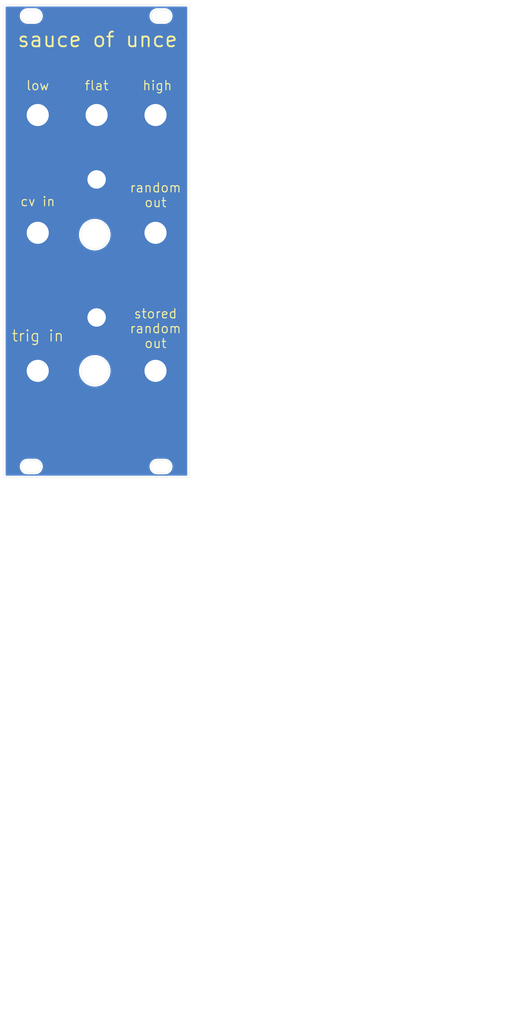
<source format=kicad_pcb>
(kicad_pcb (version 20171130) (host pcbnew "(5.1.5-0)")

  (general
    (thickness 1.6)
    (drawings 134)
    (tracks 0)
    (zones 0)
    (modules 10)
    (nets 2)
  )

  (page A4)
  (layers
    (0 F.Cu signal)
    (31 B.Cu signal)
    (32 B.Adhes user)
    (33 F.Adhes user)
    (34 B.Paste user)
    (35 F.Paste user)
    (36 B.SilkS user)
    (37 F.SilkS user)
    (38 B.Mask user)
    (39 F.Mask user)
    (40 Dwgs.User user)
    (41 Cmts.User user)
    (42 Eco1.User user)
    (43 Eco2.User user)
    (44 Edge.Cuts user)
    (45 Margin user)
    (46 B.CrtYd user)
    (47 F.CrtYd user)
    (48 B.Fab user)
    (49 F.Fab user)
  )

  (setup
    (last_trace_width 0.25)
    (trace_clearance 0.2)
    (zone_clearance 0.508)
    (zone_45_only no)
    (trace_min 0.2)
    (via_size 0.8)
    (via_drill 0.4)
    (via_min_size 0.4)
    (via_min_drill 0.3)
    (uvia_size 0.3)
    (uvia_drill 0.1)
    (uvias_allowed no)
    (uvia_min_size 0.2)
    (uvia_min_drill 0.1)
    (edge_width 0.05)
    (segment_width 0.2)
    (pcb_text_width 0.3)
    (pcb_text_size 1.5 1.5)
    (mod_edge_width 0.12)
    (mod_text_size 1 1)
    (mod_text_width 0.15)
    (pad_size 1.524 1.524)
    (pad_drill 0.762)
    (pad_to_mask_clearance 0.051)
    (solder_mask_min_width 0.25)
    (aux_axis_origin 0 0)
    (visible_elements FFFFFF7F)
    (pcbplotparams
      (layerselection 0x010fc_ffffffff)
      (usegerberextensions false)
      (usegerberattributes false)
      (usegerberadvancedattributes false)
      (creategerberjobfile false)
      (excludeedgelayer true)
      (linewidth 0.100000)
      (plotframeref false)
      (viasonmask false)
      (mode 1)
      (useauxorigin false)
      (hpglpennumber 1)
      (hpglpenspeed 20)
      (hpglpendiameter 15.000000)
      (psnegative false)
      (psa4output false)
      (plotreference true)
      (plotvalue true)
      (plotinvisibletext false)
      (padsonsilk false)
      (subtractmaskfromsilk false)
      (outputformat 1)
      (mirror false)
      (drillshape 0)
      (scaleselection 1)
      (outputdirectory "Gerbs/"))
  )

  (net 0 "")
  (net 1 GND)

  (net_class Default "This is the default net class."
    (clearance 0.2)
    (trace_width 0.25)
    (via_dia 0.8)
    (via_drill 0.4)
    (uvia_dia 0.3)
    (uvia_drill 0.1)
    (add_net GND)
  )

  (module "custom footprints:potleaf_small_copper" (layer F.Cu) (tedit 5FFE8352) (tstamp 5FFFD55A)
    (at 125 23.2)
    (fp_text reference REF** (at -0.2032 2.6797) (layer F.SilkS) hide
      (effects (font (size 1 1) (thickness 0.15)))
    )
    (fp_text value potleaf_small_copper (at -0.0127 -7.5819) (layer F.Fab)
      (effects (font (size 1 1) (thickness 0.15)))
    )
    (fp_poly (pts (xy -3.4036 -3.9751) (xy -3.0861 -3.7338) (xy -2.52095 -3.4163) (xy -1.92405 -2.9845)
      (xy -1.5494 -2.6035) (xy -1.14935 -2.03835) (xy -0.55245 -0.85725) (xy -0.254 -0.2921)
      (xy -0.2413 -0.2794) (xy -0.5715 -0.254) (xy -0.6731 -0.3048) (xy -1.0287 -0.55245)
      (xy -1.4351 -0.92075) (xy -1.7653 -1.27) (xy -2.1209 -1.7018) (xy -2.4003 -2.1209)
      (xy -2.5908 -2.3749) (xy -2.8448 -2.8321) (xy -3.0988 -3.2004) (xy -3.3401 -3.6195)
      (xy -3.6195 -4.1783)) (layer F.Cu) (width 0.1))
    (fp_poly (pts (xy -1.997075 -0.796925) (xy -1.660525 -0.701675) (xy -1.397 -0.6096) (xy -0.6985 -0.2032)
      (xy -0.66802 -0.17526) (xy -0.6604 -0.1905) (xy -0.6604 -0.1778) (xy -0.66802 -0.17526)
      (xy -0.7493 -0.0127) (xy -0.3556 0.127) (xy -0.56515 0.1524) (xy -0.95885 0.1778)
      (xy -1.4351 0.1778) (xy -1.8796 0.1143) (xy -2.3622 0) (xy -2.7559 -0.1143)
      (xy -3.1623 -0.3429) (xy -3.4798 -0.5715) (xy -3.8862 -0.6985) (xy -3.2385 -0.7493)
      (xy -2.7051 -0.7874) (xy -2.24155 -0.79375)) (layer F.Cu) (width 0.1))
    (fp_poly (pts (xy -0.13335 0.2667) (xy -0.50165 0.6985) (xy -0.9398 0.97155) (xy -1.3208 1.11125)
      (xy -2.0701 1.27635) (xy -1.5875 0.7493) (xy -1.1938 0.4826) (xy -0.8255 0.2794)
      (xy -0.3556 0.2032) (xy -0.3302 0.2032)) (layer F.Cu) (width 0.1))
    (fp_poly (pts (xy 0 -0.2159) (xy -0.211138 -0.022225) (xy 0.007937 0.073025) (xy 0.758825 0.61595)
      (xy 0.57785 0.7112) (xy 0 0.254) (xy 0.0127 1.3462) (xy -0.1016 1.2065)
      (xy -0.10795 0.3175) (xy -0.0635 0.3175) (xy -0.4445 0.1016) (xy -0.73025 -0.0508)
      (xy -0.56515 -0.3302)) (layer F.Cu) (width 0.1))
    (fp_poly (pts (xy 0.64135 0.2413) (xy 1.1938 0.5207) (xy 1.520825 0.847725) (xy 1.655763 1.077913)
      (xy 1.887538 1.347788) (xy 1.58115 1.26365) (xy 1.32715 1.18745) (xy 1.14935 1.12395)
      (xy 0.7747 0.9906) (xy 0.415925 0.796925) (xy 0.155575 0.511175) (xy 0.03175 0.34925)
      (xy 0.09525 0.38735) (xy 0.06985 0.32385) (xy 0.13335 0.1524)) (layer F.Cu) (width 0.1))
    (fp_poly (pts (xy 3.0734 -0.762) (xy 3.5052 -0.7366) (xy 4.083207 -0.726057) (xy 3.4036 -0.5715)
      (xy 2.9718 -0.381) (xy 2.6289 -0.1651) (xy 2.2098 0) (xy 1.6764 0.0889)
      (xy 1.2319 0.1143) (xy 0.65405 0.09525) (xy 0.0762 0.0762) (xy 0.0127 0)
      (xy 0.2286 -0.0635) (xy 0.235585 -0.1143) (xy 0.551815 -0.2413) (xy 1.08585 -0.4699)
      (xy 1.6383 -0.6731) (xy 2.032 -0.7874) (xy 2.4765 -0.7874)) (layer F.Cu) (width 0.1))
    (fp_poly (pts (xy 3.0607 -3.4163) (xy 2.8194 -2.921) (xy 2.6162 -2.4638) (xy 2.35585 -1.9431)
      (xy 2.0828 -1.5875) (xy 1.77165 -1.17475) (xy 1.30175 -0.78105) (xy 0.8001 -0.4445)
      (xy -0.3048 0.1524) (xy -0.2794 -0.1778) (xy 0.0254 -0.2286) (xy 0.27305 -0.66675)
      (xy 0.48895 -1.1303) (xy 0.65405 -1.4605) (xy 0.8382 -1.7526) (xy 1.0033 -2.0701)
      (xy 1.2827 -2.4257) (xy 1.5621 -2.7432) (xy 1.8923 -3.0353) (xy 2.2352 -3.2639)
      (xy 2.6162 -3.5179) (xy 3.0099 -3.7846) (xy 3.5433 -4.1783)) (layer F.Cu) (width 0.1))
    (fp_poly (pts (xy 0.2159 -5.5499) (xy 0.3175 -5.0673) (xy 0.4318 -4.6101) (xy 0.51435 -4.2799)
      (xy 0.57785 -3.8989) (xy 0.6223 -3.3782) (xy 0.6223 -2.8448) (xy 0.5715 -2.2606)
      (xy 0.508 -1.7399) (xy 0.365125 -1.2446) (xy 0.066675 -0.2286) (xy -0.14605 -0.2794)
      (xy -0.381 -1.1938) (xy -0.554038 -2.0574) (xy -0.538163 -2.8448) (xy -0.485775 -3.5052)
      (xy -0.32385 -4.2799) (xy -0.0889 -5.0927) (xy 0.0381 -5.8674) (xy 0.1016 -6.3881)) (layer F.Cu) (width 0.1))
    (fp_poly (pts (xy 0.6604 0.24765) (xy 1.21285 0.52705) (xy 1.539875 0.854075) (xy 1.674813 1.084263)
      (xy 1.906588 1.354138) (xy 1.6002 1.27) (xy 1.3462 1.1938) (xy 1.1684 1.1303)
      (xy 0.79375 0.99695) (xy 0.434975 0.803275) (xy 0.174625 0.517525) (xy 0.0508 0.3556)
      (xy 0.1143 0.3937) (xy 0.0889 0.3302) (xy 0.1524 0.15875)) (layer F.Mask) (width 0.1))
    (fp_poly (pts (xy -0.13335 0.2667) (xy -0.50165 0.6985) (xy -0.9398 0.97155) (xy -1.3208 1.11125)
      (xy -2.0701 1.27635) (xy -1.5875 0.7493) (xy -1.1938 0.4826) (xy -0.8255 0.2794)
      (xy -0.3556 0.2032) (xy -0.3302 0.2032)) (layer F.Mask) (width 0.1))
    (fp_poly (pts (xy 3.0734 -0.762) (xy 3.5052 -0.7366) (xy 4.083207 -0.726057) (xy 3.4036 -0.5715)
      (xy 2.9718 -0.381) (xy 2.6289 -0.1651) (xy 2.2098 0) (xy 1.6764 0.0889)
      (xy 1.2319 0.1143) (xy 0.65405 0.09525) (xy 0.0762 0.0762) (xy 0.0127 0)
      (xy 0.2286 -0.0635) (xy 0.235585 -0.1143) (xy 0.551815 -0.2413) (xy 1.08585 -0.4699)
      (xy 1.6383 -0.6731) (xy 2.032 -0.7874) (xy 2.4765 -0.7874)) (layer F.Mask) (width 0.1))
    (fp_poly (pts (xy 3.0607 -3.4163) (xy 2.8194 -2.921) (xy 2.6162 -2.4638) (xy 2.35585 -1.9431)
      (xy 2.0828 -1.5875) (xy 1.77165 -1.17475) (xy 1.30175 -0.78105) (xy 0.8001 -0.4445)
      (xy -0.3048 0.1524) (xy -0.2794 -0.1778) (xy 0.0254 -0.2286) (xy 0.27305 -0.66675)
      (xy 0.48895 -1.1303) (xy 0.65405 -1.4605) (xy 0.8382 -1.7526) (xy 1.0033 -2.0701)
      (xy 1.2827 -2.4257) (xy 1.5621 -2.7432) (xy 1.8923 -3.0353) (xy 2.2352 -3.2639)
      (xy 2.6162 -3.5179) (xy 3.0099 -3.7846) (xy 3.5433 -4.1783)) (layer F.Mask) (width 0.1))
    (fp_poly (pts (xy 0.2159 -5.5499) (xy 0.3175 -5.0673) (xy 0.4318 -4.6101) (xy 0.51435 -4.2799)
      (xy 0.57785 -3.8989) (xy 0.6223 -3.3782) (xy 0.6223 -2.8448) (xy 0.5715 -2.2606)
      (xy 0.508 -1.7399) (xy 0.365125 -1.2446) (xy 0.066675 -0.2286) (xy -0.14605 -0.2794)
      (xy -0.381 -1.1938) (xy -0.554038 -2.0574) (xy -0.538163 -2.8448) (xy -0.485775 -3.5052)
      (xy -0.32385 -4.2799) (xy -0.0889 -5.0927) (xy 0.0381 -5.8674) (xy 0.1016 -6.3881)) (layer F.Mask) (width 0.1))
    (fp_poly (pts (xy -3.4036 -3.9751) (xy -3.0861 -3.7338) (xy -2.52095 -3.4163) (xy -1.92405 -2.9845)
      (xy -1.5494 -2.6035) (xy -1.14935 -2.03835) (xy -0.55245 -0.85725) (xy -0.254 -0.2921)
      (xy -0.2413 -0.2794) (xy -0.5715 -0.254) (xy -0.6731 -0.3048) (xy -1.0287 -0.55245)
      (xy -1.4351 -0.92075) (xy -1.7653 -1.27) (xy -2.1209 -1.7018) (xy -2.4003 -2.1209)
      (xy -2.5908 -2.3749) (xy -2.8448 -2.8321) (xy -3.0988 -3.2004) (xy -3.3401 -3.6195)
      (xy -3.6195 -4.1783)) (layer F.Mask) (width 0.1))
    (fp_poly (pts (xy -1.997075 -0.796925) (xy -1.660525 -0.701675) (xy -1.397 -0.6096) (xy -0.6985 -0.2032)
      (xy -0.66802 -0.17526) (xy -0.6604 -0.1905) (xy -0.6604 -0.1778) (xy -0.66802 -0.17526)
      (xy -0.7493 -0.0127) (xy -0.3556 0.127) (xy -0.56515 0.1524) (xy -0.95885 0.1778)
      (xy -1.4351 0.1778) (xy -1.8796 0.1143) (xy -2.3622 0) (xy -2.7559 -0.1143)
      (xy -3.1623 -0.3429) (xy -3.4798 -0.5715) (xy -3.8862 -0.6985) (xy -3.2385 -0.7493)
      (xy -2.7051 -0.7874) (xy -2.24155 -0.79375)) (layer F.Mask) (width 0.1))
    (fp_poly (pts (xy 0 -0.2159) (xy -0.211138 -0.022225) (xy 0.007937 0.073025) (xy 0.758825 0.61595)
      (xy 0.57785 0.7112) (xy 0 0.254) (xy 0.0127 1.3462) (xy -0.1016 1.2065)
      (xy -0.10795 0.3175) (xy -0.0635 0.3175) (xy -0.4445 0.1016) (xy -0.73025 -0.0508)
      (xy -0.56515 -0.3302)) (layer F.Mask) (width 0.1))
    (fp_line (start -0.520414 -1.903032) (end -0.513586 -1.836596) (layer F.Mask) (width 0.000002))
    (fp_arc (start -3.930539 -0.713682) (end -3.937255 -0.719526) (angle -33.85090818) (layer F.Mask) (width 0.000002))
    (fp_arc (start -3.930294 -0.713469) (end -3.93283 -0.722341) (angle -33.02354606) (layer F.Mask) (width 0.000002))
    (fp_arc (start -3.911527 -0.647807) (end -3.923728 -0.724359) (angle -6.894497836) (layer F.Mask) (width 0.000002))
    (fp_line (start -3.880824 -0.730072) (end -3.923728 -0.724359) (layer F.Mask) (width 0.000002))
    (fp_line (start -3.824618 -0.735421) (end -3.880824 -0.730072) (layer F.Mask) (width 0.000002))
    (fp_line (start -3.750477 -0.740941) (end -3.824618 -0.735421) (layer F.Mask) (width 0.000002))
    (fp_line (start -3.64919 -0.747227) (end -3.750477 -0.740941) (layer F.Mask) (width 0.000002))
    (fp_line (start -3.53575 -0.754465) (end -3.64919 -0.747227) (layer F.Mask) (width 0.000002))
    (fp_line (start -3.444841 -0.761671) (end -3.53575 -0.754465) (layer F.Mask) (width 0.000002))
    (fp_line (start -3.364054 -0.769858) (end -3.444841 -0.761671) (layer F.Mask) (width 0.000002))
    (fp_line (start -3.282478 -0.780033) (end -3.364054 -0.769858) (layer F.Mask) (width 0.000002))
    (fp_line (start -3.204412 -0.789237) (end -3.282478 -0.780033) (layer F.Mask) (width 0.000002))
    (fp_line (start -3.105452 -0.79819) (end -3.204412 -0.789237) (layer F.Mask) (width 0.000002))
    (fp_line (start -2.997269 -0.806051) (end -3.105452 -0.79819) (layer F.Mask) (width 0.000002))
    (fp_line (start -2.889978 -0.811961) (end -2.997269 -0.806051) (layer F.Mask) (width 0.000002))
    (fp_line (start -2.841107 -0.814217) (end -2.889978 -0.811961) (layer F.Mask) (width 0.000002))
    (fp_line (start -2.771916 -0.817408) (end -2.841107 -0.814217) (layer F.Mask) (width 0.000002))
    (fp_line (start -2.696254 -0.820896) (end -2.771916 -0.817408) (layer F.Mask) (width 0.000002))
    (fp_line (start -2.624978 -0.824179) (end -2.696254 -0.820896) (layer F.Mask) (width 0.000002))
    (fp_line (start -2.457108 -0.831157) (end -2.624978 -0.824179) (layer F.Mask) (width 0.000002))
    (fp_line (start -2.282247 -0.836948) (end -2.457108 -0.831157) (layer F.Mask) (width 0.000002))
    (fp_line (start -2.108676 -0.841931) (end -2.282247 -0.836948) (layer F.Mask) (width 0.000002))
    (fp_arc (start -2.108214 -0.825567) (end -2.099607 -0.839493) (angle -33.33682641) (layer F.Mask) (width 0.000002))
    (fp_arc (start -2.094902 -0.847105) (end -2.099607 -0.839493) (angle -23.95733018) (layer F.Mask) (width 0.000002))
    (fp_line (start -2.080612 -0.836225) (end -2.096111 -0.838238) (layer F.Mask) (width 0.000002))
    (fp_line (start -2.062229 -0.834181) (end -2.080612 -0.836225) (layer F.Mask) (width 0.000002))
    (fp_line (start -2.041285 -0.832287) (end -2.062229 -0.834181) (layer F.Mask) (width 0.000002))
    (fp_line (start -0.529946 -2.012519) (end -0.527351 -1.982876) (layer F.Mask) (width 0.000002))
    (fp_line (start 0.612378 0.147086) (end 0.657522 0.150622) (layer F.Mask) (width 0.000002))
    (fp_line (start 0.563537 0.143388) (end 0.612378 0.147086) (layer F.Mask) (width 0.000002))
    (fp_line (start 0.518194 0.140058) (end 0.563537 0.143388) (layer F.Mask) (width 0.000002))
    (fp_line (start 0.485022 0.137755) (end 0.518194 0.140058) (layer F.Mask) (width 0.000002))
    (fp_line (start 0.453615 0.135486) (end 0.485022 0.137755) (layer F.Mask) (width 0.000002))
    (fp_line (start 0.414584 0.132326) (end 0.453615 0.135486) (layer F.Mask) (width 0.000002))
    (fp_line (start 0.374606 0.128849) (end 0.414584 0.132326) (layer F.Mask) (width 0.000002))
    (fp_line (start 0.340022 0.125579) (end 0.374606 0.128849) (layer F.Mask) (width 0.000002))
    (fp_line (start 0.278512 0.120402) (end 0.340022 0.125579) (layer F.Mask) (width 0.000002))
    (fp_line (start 0.226901 0.118134) (end 0.278512 0.120402) (layer F.Mask) (width 0.000002))
    (fp_line (start -1.168636 -2.119335) (end -1.297416 -2.326949) (layer F.Mask) (width 0.000002))
    (fp_line (start -1.039877 -1.889723) (end -1.168636 -2.119335) (layer F.Mask) (width 0.000002))
    (fp_line (start 0.263811 0.144985) (end 0.225611 0.137712) (layer F.Mask) (width 0.000002))
    (fp_line (start 0.30182 0.151668) (end 0.263811 0.144985) (layer F.Mask) (width 0.000002))
    (fp_line (start 0.327522 0.155429) (end 0.30182 0.151668) (layer F.Mask) (width 0.000002))
    (fp_arc (start 0.23095 0.933381) (end 0.41585 0.171576) (angle -6.566361639) (layer F.Mask) (width 0.000002))
    (fp_line (start 0.542223 0.20486) (end 0.41585 0.171576) (layer F.Mask) (width 0.000002))
    (fp_line (start 0.68155 0.247366) (end 0.542223 0.20486) (layer F.Mask) (width 0.000002))
    (fp_line (start 0.815022 0.294009) (end 0.68155 0.247366) (layer F.Mask) (width 0.000002))
    (fp_line (start 0.858649 0.311046) (end 0.815022 0.294009) (layer F.Mask) (width 0.000002))
    (fp_line (start 0.904637 0.330487) (end 0.858649 0.311046) (layer F.Mask) (width 0.000002))
    (fp_line (start 0.952079 0.35193) (end 0.904637 0.330487) (layer F.Mask) (width 0.000002))
    (fp_line (start 1.000085 0.374987) (end 0.952079 0.35193) (layer F.Mask) (width 0.000002))
    (fp_arc (start 0.36098 1.668146) (end 1.152408 0.462179) (angle -6.975783365) (layer F.Mask) (width 0.000002))
    (fp_line (start -0.399919 -1.15274) (end -0.397902 -1.142472) (layer F.Mask) (width 0.000002))
    (fp_arc (start 2.617018 -2.484701) (end 2.619743 -2.483438) (angle -24.86823066) (layer F.Mask) (width 0.000002))
    (fp_line (start 2.611209 -2.465048) (end 2.619743 -2.483438) (layer F.Mask) (width 0.000002))
    (fp_line (start 2.601523 -2.444368) (end 2.611209 -2.465048) (layer F.Mask) (width 0.000002))
    (fp_line (start 2.590022 -2.42013) (end 2.601523 -2.444368) (layer F.Mask) (width 0.000002))
    (fp_line (start 2.578521 -2.395854) (end 2.590022 -2.42013) (layer F.Mask) (width 0.000002))
    (fp_line (start 2.568834 -2.375049) (end 2.578521 -2.395854) (layer F.Mask) (width 0.000002))
    (fp_line (start 2.560385 -2.356671) (end 2.568834 -2.375049) (layer F.Mask) (width 0.000002))
    (fp_arc (start 2.564016 -2.355005) (end 2.560385 -2.356671) (angle -24.6439765) (layer F.Mask) (width 0.000002))
    (fp_arc (start 2.552181 -2.355005) (end 2.559292 -2.351703) (angle -24.90854605) (layer F.Mask) (width 0.000002))
    (fp_line (start 2.520677 -2.268579) (end 2.559292 -2.351703) (layer F.Mask) (width 0.000002))
    (fp_line (start 2.477758 -2.176661) (end 2.520677 -2.268579) (layer F.Mask) (width 0.000002))
    (fp_line (start 2.427442 -2.069723) (end 2.477758 -2.176661) (layer F.Mask) (width 0.000002))
    (fp_line (start 2.404537 -2.021826) (end 2.427442 -2.069723) (layer F.Mask) (width 0.000002))
    (fp_line (start 2.376801 -1.96502) (end 2.404537 -2.021826) (layer F.Mask) (width 0.000002))
    (fp_line (start 2.34773 -1.906002) (end 2.376801 -1.96502) (layer F.Mask) (width 0.000002))
    (fp_arc (start 2.33493 -1.912314) (end 2.345022 -1.902223) (angle -18.75265696) (layer F.Mask) (width 0.000002))
    (fp_arc (start 2.351739 -1.895505) (end 2.345022 -1.902223) (angle -14.08958954) (layer F.Mask) (width 0.000002))
    (fp_line (start 2.340177 -1.894582) (end 2.343588 -1.900385) (layer F.Mask) (width 0.000002))
    (fp_line (start 2.336238 -1.887565) (end 2.340177 -1.894582) (layer F.Mask) (width 0.000002))
    (fp_line (start 2.332041 -1.879723) (end 2.336238 -1.887565) (layer F.Mask) (width 0.000002))
    (fp_line (start 2.323008 -1.862884) (end 2.332041 -1.879723) (layer F.Mask) (width 0.000002))
    (fp_line (start 2.312309 -1.843691) (end 2.323008 -1.862884) (layer F.Mask) (width 0.000002))
    (fp_line (start 2.301117 -1.824201) (end 2.312309 -1.843691) (layer F.Mask) (width 0.000002))
    (fp_line (start 2.290563 -1.806424) (end 2.301117 -1.824201) (layer F.Mask) (width 0.000002))
    (fp_line (start 2.286359 -1.799399) (end 2.290563 -1.806424) (layer F.Mask) (width 0.000002))
    (fp_line (start 2.279895 -1.788454) (end 2.286359 -1.799399) (layer F.Mask) (width 0.000002))
    (fp_line (start 2.27263 -1.776079) (end 2.279895 -1.788454) (layer F.Mask) (width 0.000002))
    (fp_line (start 2.265538 -1.763924) (end 2.27263 -1.776079) (layer F.Mask) (width 0.000002))
    (fp_arc (start 0.671422 -2.691036) (end 2.176513 -1.625463) (angle -5.11612147) (layer F.Mask) (width 0.000002))
    (fp_line (start 2.060765 -1.471284) (end 2.176513 -1.625463) (layer F.Mask) (width 0.000002))
    (fp_line (start 1.929379 -1.314885) (end 2.060765 -1.471284) (layer F.Mask) (width 0.000002))
    (fp_line (start 1.792561 -1.169233) (end 1.929379 -1.314885) (layer F.Mask) (width 0.000002))
    (fp_arc (start -1.200185 -4.146252) (end 1.512462 -0.911949) (angle -5.163996652) (layer F.Mask) (width 0.000002))
    (fp_line (start 1.202444 -0.673055) (end 1.512462 -0.911949) (layer F.Mask) (width 0.000002))
    (fp_line (start 0.84653 -0.441132) (end 1.202444 -0.673055) (layer F.Mask) (width 0.000002))
    (fp_line (start 0.427522 -0.204616) (end 0.84653 -0.441132) (layer F.Mask) (width 0.000002))
    (fp_line (start 0.40721 -0.193794) (end 0.427522 -0.204616) (layer F.Mask) (width 0.000002))
    (fp_line (start 0.383256 -0.180951) (end 0.40721 -0.193794) (layer F.Mask) (width 0.000002))
    (fp_line (start 0.359541 -0.168175) (end 0.383256 -0.180951) (layer F.Mask) (width 0.000002))
    (fp_line (start 0.340022 -0.157589) (end 0.359541 -0.168175) (layer F.Mask) (width 0.000002))
    (fp_line (start 0.322766 -0.148231) (end 0.340022 -0.157589) (layer F.Mask) (width 0.000002))
    (fp_line (start 0.306062 -0.139251) (end 0.322766 -0.148231) (layer F.Mask) (width 0.000002))
    (fp_line (start 0.291782 -0.131641) (end 0.306062 -0.139251) (layer F.Mask) (width 0.000002))
    (fp_line (start 0.284097 -0.127663) (end 0.291782 -0.131641) (layer F.Mask) (width 0.000002))
    (fp_arc (start 0.341016 -0.014986) (end 0.284097 -0.127663) (angle -8.622610983) (layer F.Mask) (width 0.000002))
    (fp_arc (start 0.376544 0.034965) (end 0.267847 -0.117855) (angle -6.409496987) (layer F.Mask) (width 0.000002))
    (fp_arc (start 0.38397 0.04326) (end 0.251467 -0.104766) (angle -5.405656274) (layer F.Mask) (width 0.000002))
    (fp_arc (start 0.246645 -0.083733) (end 0.238111 -0.091625) (angle -42.76172539) (layer F.Mask) (width 0.000002))
    (fp_arc (start 0.24272 -0.083733) (end 0.235022 -0.083733) (angle -27.15666233) (layer F.Mask) (width 0.000002))
    (fp_arc (start 0.239402 -0.082031) (end 0.23587 -0.08022) (angle -44.53588418) (layer F.Mask) (width 0.000002))
    (fp_arc (start 0.241353 -0.087929) (end 0.238155 -0.078263) (angle -24.19419325) (layer F.Mask) (width 0.000002))
    (fp_arc (start 0.234457 -0.154816) (end 0.242398 -0.077801) (angle -5.423293526) (layer F.Mask) (width 0.000002))
    (fp_arc (start 0.231204 -0.171082) (end 0.249641 -0.078896) (angle -11.83022724) (layer F.Mask) (width 0.000002))
    (fp_line (start 0.328992 -0.110977) (end 0.268149 -0.084634) (layer F.Mask) (width 0.000002))
    (fp_line (start 0.396972 -0.141472) (end 0.328992 -0.110977) (layer F.Mask) (width 0.000002))
    (fp_line (start 0.465022 -0.173357) (end 0.396972 -0.141472) (layer F.Mask) (width 0.000002))
    (fp_line (start 0.488044 -0.184344) (end 0.465022 -0.173357) (layer F.Mask) (width 0.000002))
    (fp_line (start 0.51385 -0.1966) (end 0.488044 -0.184344) (layer F.Mask) (width 0.000002))
    (fp_line (start 0.538478 -0.20825) (end 0.51385 -0.1966) (layer F.Mask) (width 0.000002))
    (fp_line (start 0.557522 -0.217202) (end 0.538478 -0.20825) (layer F.Mask) (width 0.000002))
    (fp_line (start 0.577497 -0.226607) (end 0.557522 -0.217202) (layer F.Mask) (width 0.000002))
    (fp_line (start 0.6056 -0.239946) (end 0.577497 -0.226607) (layer F.Mask) (width 0.000002))
    (fp_line (start 0.636247 -0.254556) (end 0.6056 -0.239946) (layer F.Mask) (width 0.000002))
    (fp_line (start 0.665022 -0.268339) (end 0.636247 -0.254556) (layer F.Mask) (width 0.000002))
    (fp_line (start 0.719936 -0.294639) (end 0.665022 -0.268339) (layer F.Mask) (width 0.000002))
    (fp_line (start 0.761702 -0.314465) (end 0.719936 -0.294639) (layer F.Mask) (width 0.000002))
    (fp_line (start 0.796707 -0.330852) (end 0.761702 -0.314465) (layer F.Mask) (width 0.000002))
    (fp_line (start 0.830022 -0.346184) (end 0.796707 -0.330852) (layer F.Mask) (width 0.000002))
    (fp_line (start 0.865354 -0.362426) (end 0.830022 -0.346184) (layer F.Mask) (width 0.000002))
    (fp_line (start 0.931774 -0.393251) (end 0.865354 -0.362426) (layer F.Mask) (width 0.000002))
    (fp_line (start 0.999694 -0.424868) (end 0.931774 -0.393251) (layer F.Mask) (width 0.000002))
    (fp_line (start 1.047522 -0.447267) (end 0.999694 -0.424868) (layer F.Mask) (width 0.000002))
    (fp_line (start 1.194502 -0.515343) (end 1.047522 -0.447267) (layer F.Mask) (width 0.000002))
    (fp_line (start 1.345333 -0.583097) (end 1.194502 -0.515343) (layer F.Mask) (width 0.000002))
    (fp_line (start 1.483653 -0.643342) (end 1.345333 -0.583097) (layer F.Mask) (width 0.000002))
    (fp_line (start 1.590022 -0.68732) (end 1.483653 -0.643342) (layer F.Mask) (width 0.000002))
    (fp_line (start 1.643337 -0.708389) (end 1.590022 -0.68732) (layer F.Mask) (width 0.000002))
    (fp_line (start 1.678135 -0.721641) (end 1.643337 -0.708389) (layer F.Mask) (width 0.000002))
    (fp_line (start 1.707932 -0.732231) (end 1.678135 -0.721641) (layer F.Mask) (width 0.000002))
    (fp_line (start 1.742522 -0.743711) (end 1.707932 -0.732231) (layer F.Mask) (width 0.000002))
    (fp_line (start 1.80162 -0.761533) (end 1.742522 -0.743711) (layer F.Mask) (width 0.000002))
    (fp_line (start 1.863071 -0.777616) (end 1.80162 -0.761533) (layer F.Mask) (width 0.000002))
    (fp_line (start 1.924574 -0.791403) (end 1.863071 -0.777616) (layer F.Mask) (width 0.000002))
    (fp_line (start 1.983822 -0.802331) (end 1.924574 -0.791403) (layer F.Mask) (width 0.000002))
    (fp_line (start 2.025789 -0.808218) (end 1.983822 -0.802331) (layer F.Mask) (width 0.000002))
    (fp_line (start 2.061324 -0.811025) (end 2.025789 -0.808218) (layer F.Mask) (width 0.000002))
    (fp_line (start 2.105896 -0.811739) (end 2.061324 -0.811025) (layer F.Mask) (width 0.000002))
    (fp_line (start 2.186322 -0.81063) (end 2.105896 -0.811739) (layer F.Mask) (width 0.000002))
    (fp_line (start 2.243234 -0.809265) (end 2.186322 -0.81063) (layer F.Mask) (width 0.000002))
    (fp_line (start 2.301607 -0.807263) (end 2.243234 -0.809265) (layer F.Mask) (width 0.000002))
    (fp_line (start 2.353546 -0.804968) (end 2.301607 -0.807263) (layer F.Mask) (width 0.000002))
    (fp_line (start 2.387522 -0.802733) (end 2.353546 -0.804968) (layer F.Mask) (width 0.000002))
    (fp_line (start 2.418287 -0.800298) (end 2.387522 -0.802733) (layer F.Mask) (width 0.000002))
    (fp_line (start 2.457662 -0.797373) (end 2.418287 -0.800298) (layer F.Mask) (width 0.000002))
    (fp_line (start 2.498691 -0.794455) (end 2.457662 -0.797373) (layer F.Mask) (width 0.000002))
    (fp_line (start 2.535022 -0.79201) (end 2.498691 -0.794455) (layer F.Mask) (width 0.000002))
    (fp_line (start 2.572057 -0.789582) (end 2.535022 -0.79201) (layer F.Mask) (width 0.000002))
    (fp_line (start 2.615318 -0.786707) (end 2.572057 -0.789582) (layer F.Mask) (width 0.000002))
    (fp_line (start 2.657867 -0.78385) (end 2.615318 -0.786707) (layer F.Mask) (width 0.000002))
    (fp_line (start 2.692522 -0.78149) (end 2.657867 -0.78385) (layer F.Mask) (width 0.000002))
    (fp_line (start 2.745145 -0.77932) (end 2.692522 -0.78149) (layer F.Mask) (width 0.000002))
    (fp_line (start 2.937897 -0.77687) (end 2.745145 -0.77932) (layer F.Mask) (width 0.000002))
    (fp_line (start 3.166132 -0.774654) (end 2.937897 -0.77687) (layer F.Mask) (width 0.000002))
    (fp_line (start 3.422522 -0.773003) (end 3.166132 -0.774654) (layer F.Mask) (width 0.000002))
    (fp_line (start 3.760194 -0.771026) (end 3.422522 -0.773003) (layer F.Mask) (width 0.000002))
    (fp_line (start 3.946598 -0.769047) (end 3.760194 -0.771026) (layer F.Mask) (width 0.000002))
    (fp_line (start 4.075267 -0.766972) (end 3.946598 -0.769047) (layer F.Mask) (width 0.000002))
    (fp_arc (start 4.074767 -0.738654) (end 4.088772 -0.763271) (angle -28.62507096) (layer F.Mask) (width 0.000002))
    (fp_arc (start 4.075727 -0.740343) (end 4.097766 -0.75484) (angle -27.02694093) (layer F.Mask) (width 0.000002))
    (fp_arc (start 4.085485 -0.746761) (end 4.100023 -0.744588) (angle -41.83999439) (layer F.Mask) (width 0.000002))
    (fp_arc (start 4.081803 -0.747312) (end 4.094871 -0.734326) (angle -36.31462598) (layer F.Mask) (width 0.000002))
    (fp_arc (start 4.065208 -0.763801) (end 4.083207 -0.726057) (angle -19.68685136) (layer F.Mask) (width 0.000002))
    (fp_arc (start 4.019585 -0.859474) (end 4.065174 -0.718869) (angle -7.530537781) (layer F.Mask) (width 0.000002))
    (fp_line (start 4.000776 -0.698195) (end 4.065174 -0.718869) (layer F.Mask) (width 0.000002))
    (fp_line (start 3.938093 -0.678608) (end 4.000776 -0.698195) (layer F.Mask) (width 0.000002))
    (fp_line (start 3.902522 -0.668623) (end 3.938093 -0.678608) (layer F.Mask) (width 0.000002))
    (fp_line (start 3.773171 -0.631831) (end 3.902522 -0.668623) (layer F.Mask) (width 0.000002))
    (fp_line (start 3.598786 -0.574797) (end 3.773171 -0.631831) (layer F.Mask) (width 0.000002))
    (fp_line (start 3.419767 -0.511749) (end 3.598786 -0.574797) (layer F.Mask) (width 0.000002))
    (fp_line (start 3.272522 -0.454726) (end 3.419767 -0.511749) (layer F.Mask) (width 0.000002))
    (fp_line (start 3.149199 -0.401922) (end 3.272522 -0.454726) (layer F.Mask) (width 0.000002))
    (fp_line (start 3.003927 -0.335409) (end 3.149199 -0.401922) (layer F.Mask) (width 0.000002))
    (fp_line (start 2.8626 -0.26751) (end 3.003927 -0.335409) (layer F.Mask) (width 0.000002))
    (fp_line (start 2.752522 -0.210801) (end 2.8626 -0.26751) (layer F.Mask) (width 0.000002))
    (fp_line (start 2.618504 -0.139567) (end 2.752522 -0.210801) (layer F.Mask) (width 0.000002))
    (fp_line (start 2.53344 -0.097304) (end 2.618504 -0.139567) (layer F.Mask) (width 0.000002))
    (fp_line (start 2.458987 -0.064869) (end 2.53344 -0.097304) (layer F.Mask) (width 0.000002))
    (fp_line (start 2.367522 -0.029822) (end 2.458987 -0.064869) (layer F.Mask) (width 0.000002))
    (fp_line (start 2.292423 -0.002693) (end 2.367522 -0.029822) (layer F.Mask) (width 0.000002))
    (fp_line (start 2.252851 0.010723) (end 2.292423 -0.002693) (layer F.Mask) (width 0.000002))
    (fp_line (start 2.2134 0.022598) (end 2.252851 0.010723) (layer F.Mask) (width 0.000002))
    (fp_line (start 2.140022 0.043034) (end 2.2134 0.022598) (layer F.Mask) (width 0.000002))
    (fp_line (start 2.020804 0.072545) (end 2.140022 0.043034) (layer F.Mask) (width 0.000002))
    (fp_line (start 1.88362 0.100279) (end 2.020804 0.072545) (layer F.Mask) (width 0.000002))
    (fp_line (start 1.745884 0.123156) (end 1.88362 0.100279) (layer F.Mask) (width 0.000002))
    (fp_line (start 1.625022 0.137838) (end 1.745884 0.123156) (layer F.Mask) (width 0.000002))
    (fp_line (start 1.601013 0.140138) (end 1.625022 0.137838) (layer F.Mask) (width 0.000002))
    (fp_line (start 1.566506 0.143487) (end 1.601013 0.140138) (layer F.Mask) (width 0.000002))
    (fp_line (start 1.528547 0.147195) (end 1.566506 0.143487) (layer F.Mask) (width 0.000002))
    (fp_line (start 1.492522 0.150739) (end 1.528547 0.147195) (layer F.Mask) (width 0.000002))
    (fp_line (start 1.358935 0.158145) (end 1.492522 0.150739) (layer F.Mask) (width 0.000002))
    (fp_line (start 1.08619 0.159806) (end 1.358935 0.158145) (layer F.Mask) (width 0.000002))
    (fp_line (start 0.81307 0.157895) (end 1.08619 0.159806) (layer F.Mask) (width 0.000002))
    (fp_line (start 0.657522 0.150622) (end 0.81307 0.157895) (layer F.Mask) (width 0.000002))
    (fp_line (start 0.1847 0.117876) (end 0.226901 0.118134) (layer F.Mask) (width 0.000002))
    (fp_arc (start 0.18473 0.122585) (end 0.1847 0.117876) (angle -89.6287458) (layer F.Mask) (width 0.000002))
    (fp_arc (start 0.182611 0.122585) (end 0.180022 0.122585) (angle -55.50086928) (layer F.Mask) (width 0.000002))
    (fp_arc (start 0.201348 0.095322) (end 0.181144 0.124719) (angle -8.173786249) (layer F.Mask) (width 0.000002))
    (fp_line (start -0.889364 -1.611845) (end -0.905659 -1.641938) (layer F.Mask) (width 0.000002))
    (fp_line (start -0.878779 -1.592223) (end -0.889364 -1.611845) (layer F.Mask) (width 0.000002))
    (fp_line (start 0.511249 -1.216774) (end 0.464982 -1.119723) (layer F.Mask) (width 0.000002))
    (fp_line (start 0.596807 -1.387672) (end 0.511249 -1.216774) (layer F.Mask) (width 0.000002))
    (fp_line (start 0.683548 -1.558364) (end 0.596807 -1.387672) (layer F.Mask) (width 0.000002))
    (fp_line (start 0.724269 -1.633473) (end 0.683548 -1.558364) (layer F.Mask) (width 0.000002))
    (fp_line (start 0.738678 -1.658634) (end 0.724269 -1.633473) (layer F.Mask) (width 0.000002))
    (fp_line (start 0.749929 -1.678364) (end 0.738678 -1.658634) (layer F.Mask) (width 0.000002))
    (fp_line (start 0.759609 -1.695445) (end 0.749929 -1.678364) (layer F.Mask) (width 0.000002))
    (fp_line (start 0.769048 -1.712223) (end 0.759609 -1.695445) (layer F.Mask) (width 0.000002))
    (fp_line (start 0.775983 -1.724376) (end 0.769048 -1.712223) (layer F.Mask) (width 0.000002))
    (fp_line (start 0.78759 -1.744269) (end 0.775983 -1.724376) (layer F.Mask) (width 0.000002))
    (fp_line (start 0.800976 -1.767015) (end 0.78759 -1.744269) (layer F.Mask) (width 0.000002))
    (fp_line (start 0.814458 -1.789723) (end 0.800976 -1.767015) (layer F.Mask) (width 0.000002))
    (fp_line (start 0.827575 -1.811732) (end 0.814458 -1.789723) (layer F.Mask) (width 0.000002))
    (fp_line (start 0.839864 -1.832376) (end 0.827575 -1.811732) (layer F.Mask) (width 0.000002))
    (fp_line (start 0.850197 -1.849757) (end 0.839864 -1.832376) (layer F.Mask) (width 0.000002))
    (fp_line (start 0.854889 -1.857693) (end 0.850197 -1.849757) (layer F.Mask) (width 0.000002))
    (fp_line (start 0.899259 -1.929767) (end 0.854889 -1.857693) (layer F.Mask) (width 0.000002))
    (fp_line (start 0.962393 -2.026163) (end 0.899259 -1.929767) (layer F.Mask) (width 0.000002))
    (fp_line (start 1.029939 -2.125729) (end 0.962393 -2.026163) (layer F.Mask) (width 0.000002))
    (fp_line (start 1.089543 -2.209723) (end 1.029939 -2.125729) (layer F.Mask) (width 0.000002))
    (fp_line (start 1.146819 -2.286359) (end 1.089543 -2.209723) (layer F.Mask) (width 0.000002))
    (fp_line (start 1.217177 -2.376939) (end 1.146819 -2.286359) (layer F.Mask) (width 0.000002))
    (fp_line (start 1.284639 -2.461458) (end 1.217177 -2.376939) (layer F.Mask) (width 0.000002))
    (fp_line (start 1.327847 -2.512223) (end 1.284639 -2.461458) (layer F.Mask) (width 0.000002))
    (fp_line (start 2.635064 -2.518111) (end 2.644416 -2.538042) (layer F.Mask) (width 0.000002))
    (fp_line (start 2.627187 -2.501055) (end 2.635064 -2.518111) (layer F.Mask) (width 0.000002))
    (fp_line (start 2.620294 -2.485956) (end 2.627187 -2.501055) (layer F.Mask) (width 0.000002))
    (fp_arc (start 2.623048 -2.484701) (end 2.620294 -2.485956) (angle -24.50101803) (layer F.Mask) (width 0.000002))
    (fp_line (start -0.924015 -1.675778) (end -0.941963 -1.708806) (layer F.Mask) (width 0.000002))
    (fp_line (start -0.905659 -1.641938) (end -0.924015 -1.675778) (layer F.Mask) (width 0.000002))
    (fp_arc (start 1.902322 1.386851) (end 1.912962 1.390934) (angle -42.79890209) (layer F.Mask) (width 0.000002))
    (fp_arc (start 1.907674 1.388905) (end 1.910571 1.393771) (angle -38.23970561) (layer F.Mask) (width 0.000002))
    (fp_arc (start 1.899243 1.374743) (end 1.905675 1.395933) (angle -13.88249364) (layer F.Mask) (width 0.000002))
    (fp_arc (start 1.894853 1.360279) (end 1.898837 1.397326) (angle -10.74561992) (layer F.Mask) (width 0.000002))
    (fp_arc (start 1.890414 1.319003) (end 1.890414 1.397777) (angle -6.138576527) (layer F.Mask) (width 0.000002))
    (fp_line (start 0.393609 -0.958622) (end 0.385721 -0.939723) (layer F.Mask) (width 0.000002))
    (fp_line (start 0.420843 -1.020616) (end 0.393609 -0.958622) (layer F.Mask) (width 0.000002))
    (fp_line (start 0.44772 -1.081406) (end 0.420843 -1.020616) (layer F.Mask) (width 0.000002))
    (fp_line (start 0.464982 -1.119723) (end 0.44772 -1.081406) (layer F.Mask) (width 0.000002))
    (fp_arc (start 1.890414 1.287041) (end 1.875921 1.396825) (angle -7.520235656) (layer F.Mask) (width 0.000002))
    (fp_arc (start 1.885892 1.321291) (end 1.863016 1.393965) (angle -9.952661991) (layer F.Mask) (width 0.000002))
    (fp_arc (start 1.916591 1.223768) (end 1.846281 1.387761) (angle -5.733652653) (layer F.Mask) (width 0.000002))
    (fp_line (start 1.815022 1.374046) (end 1.846281 1.387761) (layer F.Mask) (width 0.000002))
    (fp_line (start 1.751838 1.347762) (end 1.815022 1.374046) (layer F.Mask) (width 0.000002))
    (fp_line (start 1.685736 1.324319) (end 1.751838 1.347762) (layer F.Mask) (width 0.000002))
    (fp_line (start 1.61412 1.302862) (end 1.685736 1.324319) (layer F.Mask) (width 0.000002))
    (fp_line (start 1.534294 1.282548) (end 1.61412 1.302862) (layer F.Mask) (width 0.000002))
    (fp_line (start 1.397606 1.249292) (end 1.534294 1.282548) (layer F.Mask) (width 0.000002))
    (fp_line (start -0.869872 -1.575677) (end -0.878779 -1.592223) (layer F.Mask) (width 0.000002))
    (fp_line (start -0.859765 -1.556926) (end -0.869872 -1.575677) (layer F.Mask) (width 0.000002))
    (fp_line (start 0.253305 -0.613757) (end 0.24449 -0.593339) (layer F.Mask) (width 0.000002))
    (fp_line (start 0.263179 -0.637622) (end 0.253305 -0.613757) (layer F.Mask) (width 0.000002))
    (fp_line (start 0.274497 -0.665849) (end 0.263179 -0.637622) (layer F.Mask) (width 0.000002))
    (fp_line (start 0.287768 -0.699723) (end 0.274497 -0.665849) (layer F.Mask) (width 0.000002))
    (fp_line (start 0.293655 -0.714676) (end 0.287768 -0.699723) (layer F.Mask) (width 0.000002))
    (fp_line (start 0.300109 -0.730667) (end 0.293655 -0.714676) (layer F.Mask) (width 0.000002))
    (fp_line (start 0.306173 -0.745373) (end 0.300109 -0.730667) (layer F.Mask) (width 0.000002))
    (fp_arc (start 0.409202 1.594665) (end 1.290509 0.565987) (angle -7.312584183) (layer F.Mask) (width 0.000002))
    (fp_arc (start 0.482062 1.509619) (end 1.408604 0.681641) (angle -7.62737626) (layer F.Mask) (width 0.000002))
    (fp_arc (start 0.71699 1.299683) (end 1.501099 0.804225) (angle -9.496950872) (layer F.Mask) (width 0.000002))
    (fp_line (start 1.593113 0.947827) (end 1.501099 0.804225) (layer F.Mask) (width 0.000002))
    (fp_line (start 1.658325 1.044131) (end 1.593113 0.947827) (layer F.Mask) (width 0.000002))
    (fp_line (start 1.719278 1.126381) (end 1.658325 1.044131) (layer F.Mask) (width 0.000002))
    (fp_line (start 1.79438 1.220045) (end 1.719278 1.126381) (layer F.Mask) (width 0.000002))
    (fp_line (start 1.837947 1.272822) (end 1.79438 1.220045) (layer F.Mask) (width 0.000002))
    (fp_line (start 1.851771 1.289809) (end 1.837947 1.272822) (layer F.Mask) (width 0.000002))
    (fp_line (start 1.862079 1.303035) (end 1.851771 1.289809) (layer F.Mask) (width 0.000002))
    (fp_line (start -0.365502 -4.229723) (end -0.379364 -4.179731) (layer F.Mask) (width 0.000002))
    (fp_line (start 0.310691 -0.755918) (end 0.306173 -0.745373) (layer F.Mask) (width 0.000002))
    (fp_line (start 0.314264 -0.764394) (end 0.310691 -0.755918) (layer F.Mask) (width 0.000002))
    (fp_line (start 0.317281 -0.772333) (end 0.314264 -0.764394) (layer F.Mask) (width 0.000002))
    (fp_line (start 0.319553 -0.779041) (end 0.317281 -0.772333) (layer F.Mask) (width 0.000002))
    (fp_arc (start 0.310216 -0.782034) (end 0.319553 -0.779041) (angle -17.77341578) (layer F.Mask) (width 0.000002))
    (fp_arc (start 0.329621 -0.782034) (end 0.320501 -0.785032) (angle -18.19343257) (layer F.Mask) (width 0.000002))
    (fp_line (start 0.322848 -0.791791) (end 0.320501 -0.785032) (layer F.Mask) (width 0.000002))
    (fp_line (start 0.325958 -0.79979) (end 0.322848 -0.791791) (layer F.Mask) (width 0.000002))
    (fp_line (start 0.329642 -0.808339) (end 0.325958 -0.79979) (layer F.Mask) (width 0.000002))
    (fp_line (start 0.343866 -0.840216) (end 0.329642 -0.808339) (layer F.Mask) (width 0.000002))
    (fp_line (start 0.352969 -0.861368) (end 0.343866 -0.840216) (layer F.Mask) (width 0.000002))
    (fp_line (start 0.359166 -0.876509) (end 0.352969 -0.861368) (layer F.Mask) (width 0.000002))
    (fp_arc (start 0.348258 -0.880875) (end 0.359166 -0.876509) (angle -22.02337783) (layer F.Mask) (width 0.000002))
    (fp_arc (start 0.366745 -0.880943) (end 0.360459 -0.883368) (angle -21.31038334) (layer F.Mask) (width 0.000002))
    (fp_line (start 0.363194 -0.890214) (end 0.360459 -0.883368) (layer F.Mask) (width 0.000002))
    (fp_line (start 0.366707 -0.898327) (end 0.363194 -0.890214) (layer F.Mask) (width 0.000002))
    (fp_line (start 0.370874 -0.907223) (end 0.366707 -0.898327) (layer F.Mask) (width 0.000002))
    (fp_line (start 0.37533 -0.91657) (end 0.370874 -0.907223) (layer F.Mask) (width 0.000002))
    (fp_line (start 0.379723 -0.926051) (end 0.37533 -0.91657) (layer F.Mask) (width 0.000002))
    (fp_line (start 0.383495 -0.934423) (end 0.379723 -0.926051) (layer F.Mask) (width 0.000002))
    (fp_line (start 0.385721 -0.939723) (end 0.383495 -0.934423) (layer F.Mask) (width 0.000002))
    (fp_line (start 1.877281 1.323316) (end 1.862079 1.303035) (layer F.Mask) (width 0.000002))
    (fp_line (start 1.893683 1.346689) (end 1.877281 1.323316) (layer F.Mask) (width 0.000002))
    (fp_arc (start 1.698701 1.475803) (end 1.905528 1.366666) (angle -5.692425321) (layer F.Mask) (width 0.000002))
    (fp_arc (start 1.757385 1.444836) (end 1.912903 1.382618) (angle -6.014217556) (layer F.Mask) (width 0.000002))
    (fp_line (start 1.337272 -2.522808) (end 1.327847 -2.512223) (layer F.Mask) (width 0.000002))
    (fp_line (start 1.357031 -2.545144) (end 1.337272 -2.522808) (layer F.Mask) (width 0.000002))
    (fp_line (start 1.38043 -2.571639) (end 1.357031 -2.545144) (layer F.Mask) (width 0.000002))
    (fp_line (start 1.405193 -2.599723) (end 1.38043 -2.571639) (layer F.Mask) (width 0.000002))
    (fp_line (start 1.513704 -2.716696) (end 1.405193 -2.599723) (layer F.Mask) (width 0.000002))
    (fp_line (start 1.646053 -2.847921) (end 1.513704 -2.716696) (layer F.Mask) (width 0.000002))
    (fp_line (start 1.777297 -2.969915) (end 1.646053 -2.847921) (layer F.Mask) (width 0.000002))
    (fp_line (start 1.88025 -3.05578) (end 1.777297 -2.969915) (layer F.Mask) (width 0.000002))
    (fp_line (start 1.967428 -3.121273) (end 1.88025 -3.05578) (layer F.Mask) (width 0.000002))
    (fp_line (start 2.046415 -3.176722) (end 1.967428 -3.121273) (layer F.Mask) (width 0.000002))
    (fp_line (start 2.148457 -3.243649) (end 2.046415 -3.176722) (layer F.Mask) (width 0.000002))
    (fp_line (start 2.327522 -3.357231) (end 2.148457 -3.243649) (layer F.Mask) (width 0.000002))
    (fp_line (start 2.389629 -3.396656) (end 2.327522 -3.357231) (layer F.Mask) (width 0.000002))
    (fp_line (start 2.456365 -3.439531) (end 2.389629 -3.396656) (layer F.Mask) (width 0.000002))
    (fp_line (start 2.517965 -3.479529) (end 2.456365 -3.439531) (layer F.Mask) (width 0.000002))
    (fp_line (start 2.562522 -3.509009) (end 2.517965 -3.479529) (layer F.Mask) (width 0.000002))
    (fp_line (start 2.697222 -3.600702) (end 2.562522 -3.509009) (layer F.Mask) (width 0.000002))
    (fp_line (start 2.820866 -3.687749) (end 2.697222 -3.600702) (layer F.Mask) (width 0.000002))
    (fp_line (start 2.96869 -3.795226) (end 2.820866 -3.687749) (layer F.Mask) (width 0.000002))
    (fp_line (start 3.190022 -3.959043) (end 2.96869 -3.795226) (layer F.Mask) (width 0.000002))
    (fp_line (start 3.233928 -3.99165) (end 3.190022 -3.959043) (layer F.Mask) (width 0.000002))
    (fp_line (start 3.276959 -4.023554) (end 3.233928 -3.99165) (layer F.Mask) (width 0.000002))
    (fp_line (start 3.314011 -4.05098) (end 3.276959 -4.023554) (layer F.Mask) (width 0.000002))
    (fp_line (start 3.335022 -4.066457) (end 3.314011 -4.05098) (layer F.Mask) (width 0.000002))
    (fp_line (start 3.351209 -4.078354) (end 3.335022 -4.066457) (layer F.Mask) (width 0.000002))
    (fp_line (start 3.36885 -4.091357) (end 3.351209 -4.078354) (layer F.Mask) (width 0.000002))
    (fp_line (start 3.38532 -4.103529) (end 3.36885 -4.091357) (layer F.Mask) (width 0.000002))
    (fp_line (start 3.397522 -4.112586) (end 3.38532 -4.103529) (layer F.Mask) (width 0.000002))
    (fp_line (start 3.437477 -4.14073) (end 3.397522 -4.112586) (layer F.Mask) (width 0.000002))
    (fp_line (start 3.492952 -4.176792) (end 3.437477 -4.14073) (layer F.Mask) (width 0.000002))
    (fp_line (start 3.549438 -4.212241) (end 3.492952 -4.176792) (layer F.Mask) (width 0.000002))
    (fp_arc (start 3.577909 -4.166356) (end 3.564761 -4.218731) (angle -17.72762575) (layer F.Mask) (width 0.000002))
    (fp_arc (start 3.575735 -4.175015) (end 3.577504 -4.220053) (angle -16.34074068) (layer F.Mask) (width 0.000002))
    (fp_arc (start 3.577199 -4.212277) (end 3.58407 -4.215931) (angle -59.75055956) (layer F.Mask) (width 0.000002))
    (fp_arc (start 3.575073 -4.211146) (end 3.584527 -4.207344) (angle -49.90744398) (layer F.Mask) (width 0.000002))
    (fp_arc (start 3.521089 -4.232855) (end 3.577667 -4.194461) (angle -12.2546462) (layer F.Mask) (width 0.000002))
    (fp_line (start 3.565329 -4.177493) (end 3.577667 -4.194461) (layer F.Mask) (width 0.000002))
    (fp_line (start 3.545976 -4.153149) (end 3.565329 -4.177493) (layer F.Mask) (width 0.000002))
    (fp_line (start 3.526429 -4.129482) (end 3.545976 -4.153149) (layer F.Mask) (width 0.000002))
    (fp_arc (start 3.453702 -4.190554) (end 3.516963 -4.119723) (angle -8.209722048) (layer F.Mask) (width 0.000002))
    (fp_arc (start 3.623395 -4.000555) (end 3.516963 -4.119723) (angle -8.850774641) (layer F.Mask) (width 0.000002))
    (fp_line (start 3.445948 -4.035743) (end 3.499895 -4.101928) (layer F.Mask) (width 0.000002))
    (fp_line (start 3.391922 -3.968096) (end 3.445948 -4.035743) (layer F.Mask) (width 0.000002))
    (fp_line (start 3.351038 -3.914723) (end 3.391922 -3.968096) (layer F.Mask) (width 0.000002))
    (fp_line (start 3.274034 -3.806302) (end 3.351038 -3.914723) (layer F.Mask) (width 0.000002))
    (fp_line (start 3.21398 -3.710322) (end 3.274034 -3.806302) (layer F.Mask) (width 0.000002))
    (fp_line (start 3.148409 -3.589548) (end 3.21398 -3.710322) (layer F.Mask) (width 0.000002))
    (fp_line (start 3.045463 -3.384723) (end 3.148409 -3.589548) (layer F.Mask) (width 0.000002))
    (fp_line (start 3.012314 -3.317604) (end 3.045463 -3.384723) (layer F.Mask) (width 0.000002))
    (fp_line (start 2.982337 -3.256582) (end 3.012314 -3.317604) (layer F.Mask) (width 0.000002))
    (fp_line (start 2.9573 -3.205348) (end 2.982337 -3.256582) (layer F.Mask) (width 0.000002))
    (fp_line (start 2.94874 -3.187223) (end 2.9573 -3.205348) (layer F.Mask) (width 0.000002))
    (fp_line (start 2.93387 -3.155003) (end 2.94874 -3.187223) (layer F.Mask) (width 0.000002))
    (fp_line (start 2.898656 -3.079515) (end 2.93387 -3.155003) (layer F.Mask) (width 0.000002))
    (fp_line (start 2.863434 -3.004185) (end 2.898656 -3.079515) (layer F.Mask) (width 0.000002))
    (fp_line (start 2.842505 -2.959723) (end 2.863434 -3.004185) (layer F.Mask) (width 0.000002))
    (fp_line (start 2.83627 -2.946517) (end 2.842505 -2.959723) (layer F.Mask) (width 0.000002))
    (fp_line (start 2.826572 -2.92591) (end 2.83627 -2.946517) (layer F.Mask) (width 0.000002))
    (fp_line (start 2.815623 -2.902613) (end 2.826572 -2.92591) (layer F.Mask) (width 0.000002))
    (fp_line (start 2.804881 -2.879723) (end 2.815623 -2.902613) (layer F.Mask) (width 0.000002))
    (fp_line (start 2.752656 -2.768386) (end 2.804881 -2.879723) (layer F.Mask) (width 0.000002))
    (fp_line (start 2.705466 -2.667862) (end 2.752656 -2.768386) (layer F.Mask) (width 0.000002))
    (fp_line (start 2.666565 -2.585065) (end 2.705466 -2.667862) (layer F.Mask) (width 0.000002))
    (fp_line (start 2.644416 -2.538042) (end 2.666565 -2.585065) (layer F.Mask) (width 0.000002))
    (fp_line (start -0.543911 -3.229827) (end -0.549568 -3.152223) (layer F.Mask) (width 0.000002))
    (fp_line (start -0.508586 -3.565727) (end -0.510641 -3.548254) (layer F.Mask) (width 0.000002))
    (fp_line (start -0.500188 -1.724723) (end -0.497888 -1.708119) (layer F.Mask) (width 0.000002))
    (fp_line (start -2.779978 -0.095801) (end -2.714655 -0.068556) (layer F.Mask) (width 0.000002))
    (fp_line (start -2.827807 -0.117614) (end -2.779978 -0.095801) (layer F.Mask) (width 0.000002))
    (fp_line (start -2.903992 -0.154884) (end -2.827807 -0.117614) (layer F.Mask) (width 0.000002))
    (fp_line (start -2.986126 -0.195771) (end -2.903992 -0.154884) (layer F.Mask) (width 0.000002))
    (fp_arc (start -2.110052 0.005822) (end -1.962923 -0.822133) (angle -5.385728392) (layer F.Mask) (width 0.000002))
    (fp_line (start -1.865833 -0.802453) (end -1.962923 -0.822133) (layer F.Mask) (width 0.000002))
    (fp_line (start -1.761459 -0.77612) (end -1.865833 -0.802453) (layer F.Mask) (width 0.000002))
    (fp_line (start -1.659978 -0.745371) (end -1.761459 -0.77612) (layer F.Mask) (width 0.000002))
    (fp_line (start -1.588655 -0.721352) (end -1.659978 -0.745371) (layer F.Mask) (width 0.000002))
    (fp_line (start -1.537082 -0.702656) (end -1.588655 -0.721352) (layer F.Mask) (width 0.000002))
    (fp_line (start -1.485233 -0.68194) (end -1.537082 -0.702656) (layer F.Mask) (width 0.000002))
    (fp_line (start -1.412478 -0.651022) (end -1.485233 -0.68194) (layer F.Mask) (width 0.000002))
    (fp_line (start -1.363905 -0.628703) (end -1.412478 -0.651022) (layer F.Mask) (width 0.000002))
    (fp_line (start -1.277946 -0.586293) (end -1.363905 -0.628703) (layer F.Mask) (width 0.000002))
    (fp_line (start -1.1922 -0.542997) (end -1.277946 -0.586293) (layer F.Mask) (width 0.000002))
    (fp_line (start -1.142478 -0.516276) (end -1.1922 -0.542997) (layer F.Mask) (width 0.000002))
    (fp_line (start -1.125515 -0.50671) (end -1.142478 -0.516276) (layer F.Mask) (width 0.000002))
    (fp_line (start -1.107619 -0.496641) (end -1.125515 -0.50671) (layer F.Mask) (width 0.000002))
    (fp_line (start -1.091335 -0.487497) (end -1.107619 -0.496641) (layer F.Mask) (width 0.000002))
    (fp_line (start -1.079978 -0.481145) (end -1.091335 -0.487497) (layer F.Mask) (width 0.000002))
    (fp_line (start -1.032421 -0.45365) (end -1.079978 -0.481145) (layer F.Mask) (width 0.000002))
    (fp_line (start -0.970736 -0.41612) (end -1.032421 -0.45365) (layer F.Mask) (width 0.000002))
    (fp_line (start -0.905873 -0.375421) (end -0.970736 -0.41612) (layer F.Mask) (width 0.000002))
    (fp_line (start -0.847478 -0.337471) (end -0.905873 -0.375421) (layer F.Mask) (width 0.000002))
    (fp_line (start -0.730379 -0.260218) (end -0.847478 -0.337471) (layer F.Mask) (width 0.000002))
    (fp_arc (start -0.719079 -0.277429) (end -0.730379 -0.260218) (angle -42.49810395) (layer F.Mask) (width 0.000002))
    (fp_arc (start -0.716351 -0.260611) (end -0.715783 -0.257106) (angle -131.8784788) (layer F.Mask) (width 0.000002))
    (fp_line (start -0.813365 -0.343003) (end -0.714121 -0.263374) (layer F.Mask) (width 0.000002))
    (fp_line (start -0.923645 -0.431385) (end -0.813365 -0.343003) (layer F.Mask) (width 0.000002))
    (fp_line (start -1.044345 -0.528936) (end -0.923645 -0.431385) (layer F.Mask) (width 0.000002))
    (fp_line (start -1.15381 -0.617978) (end -1.044345 -0.528936) (layer F.Mask) (width 0.000002))
    (fp_line (start -1.202478 -0.658634) (end -1.15381 -0.617978) (layer F.Mask) (width 0.000002))
    (fp_line (start -1.439782 -0.871436) (end -1.202478 -0.658634) (layer F.Mask) (width 0.000002))
    (fp_line (start -1.668024 -1.096111) (end -1.439782 -0.871436) (layer F.Mask) (width 0.000002))
    (fp_line (start -1.873698 -1.318632) (end -1.668024 -1.096111) (layer F.Mask) (width 0.000002))
    (fp_line (start -2.042478 -1.524587) (end -1.873698 -1.318632) (layer F.Mask) (width 0.000002))
    (fp_line (start -2.052965 -1.53827) (end -2.042478 -1.524587) (layer F.Mask) (width 0.000002))
    (fp_line (start -2.069067 -1.559119) (end -2.052965 -1.53827) (layer F.Mask) (width 0.000002))
    (fp_line (start -2.087196 -1.582511) (end -2.069067 -1.559119) (layer F.Mask) (width 0.000002))
    (fp_line (start -2.104906 -1.60528) (end -2.087196 -1.582511) (layer F.Mask) (width 0.000002))
    (fp_line (start -2.149229 -1.663321) (end -2.104906 -1.60528) (layer F.Mask) (width 0.000002))
    (fp_line (start -2.201978 -1.734638) (end -2.149229 -1.663321) (layer F.Mask) (width 0.000002))
    (fp_line (start -2.256706 -1.810341) (end -2.201978 -1.734638) (layer F.Mask) (width 0.000002))
    (fp_line (start -2.307389 -1.882223) (end -2.256706 -1.810341) (layer F.Mask) (width 0.000002))
    (fp_line (start -2.384206 -1.994817) (end -2.307389 -1.882223) (layer F.Mask) (width 0.000002))
    (fp_line (start -2.496686 -2.163953) (end -2.384206 -1.994817) (layer F.Mask) (width 0.000002))
    (fp_line (start -2.60704 -2.331921) (end -2.496686 -2.163953) (layer F.Mask) (width 0.000002))
    (fp_line (start -2.67219 -2.434189) (end -2.60704 -2.331921) (layer F.Mask) (width 0.000002))
    (fp_line (start -2.687148 -2.458161) (end -2.67219 -2.434189) (layer F.Mask) (width 0.000002))
    (fp_line (start -2.706499 -2.488972) (end -2.687148 -2.458161) (layer F.Mask) (width 0.000002))
    (fp_line (start -2.72679 -2.521147) (end -2.706499 -2.488972) (layer F.Mask) (width 0.000002))
    (fp_line (start -2.744902 -2.549723) (end -2.72679 -2.521147) (layer F.Mask) (width 0.000002))
    (fp_line (start -2.767534 -2.585535) (end -2.744902 -2.549723) (layer F.Mask) (width 0.000002))
    (fp_line (start -2.805656 -2.646301) (end -2.767534 -2.585535) (layer F.Mask) (width 0.000002))
    (fp_line (start -2.849522 -2.716414) (end -2.805656 -2.646301) (layer F.Mask) (width 0.000002))
    (fp_line (start -2.893701 -2.787223) (end -2.849522 -2.716414) (layer F.Mask) (width 0.000002))
    (fp_line (start -2.936238 -2.855478) (end -2.893701 -2.787223) (layer F.Mask) (width 0.000002))
    (fp_line (start -2.975134 -2.917863) (end -2.936238 -2.855478) (layer F.Mask) (width 0.000002))
    (fp_line (start -3.007751 -2.970154) (end -2.975134 -2.917863) (layer F.Mask) (width 0.000002))
    (fp_line (start -3.01999 -2.989723) (end -3.007751 -2.970154) (layer F.Mask) (width 0.000002))
    (fp_line (start -3.06237 -3.05841) (end -3.01999 -2.989723) (layer F.Mask) (width 0.000002))
    (fp_line (start -3.13221 -3.173894) (end -3.06237 -3.05841) (layer F.Mask) (width 0.000002))
    (fp_line (start -3.202271 -3.29051) (end -3.13221 -3.173894) (layer F.Mask) (width 0.000002))
    (fp_line (start -3.227835 -3.334723) (end -3.202271 -3.29051) (layer F.Mask) (width 0.000002))
    (fp_line (start -3.230672 -3.339752) (end -3.227835 -3.334723) (layer F.Mask) (width 0.000002))
    (fp_line (start -3.234783 -3.346926) (end -3.230672 -3.339752) (layer F.Mask) (width 0.000002))
    (fp_line (start -3.239326 -3.354789) (end -3.234783 -3.346926) (layer F.Mask) (width 0.000002))
    (fp_line (start -3.243658 -3.362223) (end -3.239326 -3.354789) (layer F.Mask) (width 0.000002))
    (fp_line (start -3.272956 -3.412917) (end -3.243658 -3.362223) (layer F.Mask) (width 0.000002))
    (fp_line (start -3.331032 -3.514943) (end -3.272956 -3.412917) (layer F.Mask) (width 0.000002))
    (fp_line (start -3.389654 -3.618298) (end -3.331032 -3.514943) (layer F.Mask) (width 0.000002))
    (fp_line (start -3.411246 -3.657223) (end -3.389654 -3.618298) (layer F.Mask) (width 0.000002))
    (fp_line (start -3.420649 -3.674464) (end -3.411246 -3.657223) (layer F.Mask) (width 0.000002))
    (fp_line (start -3.432165 -3.695457) (end -3.420649 -3.674464) (layer F.Mask) (width 0.000002))
    (fp_line (start -3.44386 -3.716686) (end -3.432165 -3.695457) (layer F.Mask) (width 0.000002))
    (fp_line (start -3.45385 -3.734723) (end -3.44386 -3.716686) (layer F.Mask) (width 0.000002))
    (fp_line (start -3.482606 -3.789203) (end -3.45385 -3.734723) (layer F.Mask) (width 0.000002))
    (fp_line (start -3.537353 -3.899482) (end -3.482606 -3.789203) (layer F.Mask) (width 0.000002))
    (fp_line (start -3.597922 -4.022655) (end -3.537353 -3.899482) (layer F.Mask) (width 0.000002))
    (fp_arc (start -3.579893 -4.031509) (end -3.599978 -4.031509) (angle -26.15573389) (layer F.Mask) (width 0.000002))
    (fp_arc (start -3.608515 -4.031509) (end -3.599978 -4.031509) (angle -19.5394257) (layer F.Mask) (width 0.000002))
    (fp_line (start -3.602791 -4.040523) (end -3.60047 -4.034364) (layer F.Mask) (width 0.000002))
    (fp_line (start -3.605887 -4.04779) (end -3.602791 -4.040523) (layer F.Mask) (width 0.000002))
    (fp_line (start -3.609554 -4.0555) (end -3.605887 -4.04779) (layer F.Mask) (width 0.000002))
    (fp_arc (start -3.255605 -4.231815) (end -3.624433 -4.089221) (angle -5.342436507) (layer F.Mask) (width 0.000002))
    (fp_line (start -3.637624 -4.127326) (end -3.624433 -4.089221) (layer F.Mask) (width 0.000002))
    (fp_line (start -3.647203 -4.162978) (end -3.637624 -4.127326) (layer F.Mask) (width 0.000002))
    (fp_arc (start -3.542111 -4.187291) (end -3.649978 -4.187291) (angle -13.02578799) (layer F.Mask) (width 0.000002))
    (fp_arc (start -3.623284 -4.187291) (end -3.647687 -4.198111) (angle -23.91153827) (layer F.Mask) (width 0.000002))
    (fp_arc (start -3.628681 -4.189683) (end -3.641266 -4.206233) (angle -28.83645834) (layer F.Mask) (width 0.000002))
    (fp_arc (start -3.629525 -4.190794) (end -3.631955 -4.210037) (angle -30.05575519) (layer F.Mask) (width 0.000002))
    (fp_arc (start -3.629172 -4.187995) (end -3.621591 -4.208879) (angle -27.14830102) (layer F.Mask) (width 0.000002))
    (fp_arc (start -0.742706 -0.178086) (end -0.692184 -0.244882) (angle -6.937316065) (layer F.Mask) (width 0.000002))
    (fp_arc (start -0.706173 -0.240944) (end -0.700622 -0.250495) (angle -30.87735155) (layer F.Mask) (width 0.000002))
    (fp_arc (start -0.70629 -0.250356) (end -0.70631 -0.25199) (angle -108.0584975) (layer F.Mask) (width 0.000002))
    (fp_arc (start -0.692573 -0.255018) (end -0.707837 -0.249831) (angle -20.9197523) (layer F.Mask) (width 0.000002))
    (fp_arc (start -0.691001 -0.256323) (end -0.704978 -0.244723) (angle -13.0586836) (layer F.Mask) (width 0.000002))
    (fp_arc (start -0.686664 -0.262025) (end -0.701996 -0.241864) (angle -10.17820094) (layer F.Mask) (width 0.000002))
    (fp_arc (start -0.687425 -0.260538) (end -0.698192 -0.239472) (angle -10.46432788) (layer F.Mask) (width 0.000002))
    (fp_arc (start -0.690845 -0.249072) (end -0.694187 -0.237867) (angle -17.72808138) (layer F.Mask) (width 0.000002))
    (fp_arc (start -0.691203 -0.267417) (end -0.690616 -0.237382) (angle -7.768851683) (layer F.Mask) (width 0.000002))
    (fp_arc (start -0.686708 -0.238675) (end -0.686562 -0.237737) (angle -92.91913498) (layer F.Mask) (width 0.000002))
    (fp_arc (start -0.688962 -0.238203) (end -0.685779 -0.238869) (angle -38.82735968) (layer F.Mask) (width 0.000002))
    (fp_line (start -0.692184 -0.244882) (end -0.6869 -0.240718) (layer F.Mask) (width 0.000002))
    (fp_arc (start 0.107094 -6.414437) (end 0.091771 -6.439429) (angle -25.25161695) (layer F.Mask) (width 0.000002))
    (fp_arc (start 0.101878 -6.422945) (end 0.102879 -6.442255) (angle -34.48205001) (layer F.Mask) (width 0.000002))
    (fp_arc (start 0.101883 -6.423052) (end 0.113607 -6.438293) (angle -34.59943475) (layer F.Mask) (width 0.000002))
    (fp_arc (start 0.095956 -6.415346) (end 0.121759 -6.428473) (angle -25.47053426) (layer F.Mask) (width 0.000002))
    (fp_arc (start -0.002913 -6.365052) (end 0.133695 -6.395115) (angle -14.55119071) (layer F.Mask) (width 0.000002))
    (fp_line (start 0.149153 -6.319221) (end 0.133695 -6.395115) (layer F.Mask) (width 0.000002))
    (fp_line (start 0.166249 -6.219107) (end 0.149153 -6.319221) (layer F.Mask) (width 0.000002))
    (fp_line (start 0.184771 -6.092223) (end 0.166249 -6.219107) (layer F.Mask) (width 0.000002))
    (fp_line (start 0.189195 -6.060351) (end 0.184771 -6.092223) (layer F.Mask) (width 0.000002))
    (fp_line (start 0.193664 -6.028676) (end 0.189195 -6.060351) (layer F.Mask) (width 0.000002))
    (fp_line (start 0.197609 -6.001147) (end 0.193664 -6.028676) (layer F.Mask) (width 0.000002))
    (fp_line (start 0.200058 -5.984723) (end 0.197609 -6.001147) (layer F.Mask) (width 0.000002))
    (fp_line (start 0.202198 -5.970726) (end 0.200058 -5.984723) (layer F.Mask) (width 0.000002))
    (fp_line (start 0.204846 -5.953254) (end 0.202198 -5.970726) (layer F.Mask) (width 0.000002))
    (fp_line (start 0.20755 -5.935307) (end 0.204846 -5.953254) (layer F.Mask) (width 0.000002))
    (fp_line (start 0.209879 -5.919723) (end 0.20755 -5.935307) (layer F.Mask) (width 0.000002))
    (fp_line (start 0.250474 -5.654325) (end 0.209879 -5.919723) (layer F.Mask) (width 0.000002))
    (fp_line (start 0.282146 -5.46647) (end 0.250474 -5.654325) (layer F.Mask) (width 0.000002))
    (fp_line (start 0.312899 -5.308659) (end 0.282146 -5.46647) (layer F.Mask) (width 0.000002))
    (fp_line (start 0.349454 -5.144621) (end 0.312899 -5.308659) (layer F.Mask) (width 0.000002))
    (fp_line (start 0.374492 -5.041269) (end 0.349454 -5.144621) (layer F.Mask) (width 0.000002))
    (fp_line (start 0.406786 -4.91301) (end 0.374492 -5.041269) (layer F.Mask) (width 0.000002))
    (fp_line (start 0.438947 -4.78777) (end 0.406786 -4.91301) (layer F.Mask) (width 0.000002))
    (fp_line (start 0.449546 -4.752223) (end 0.438947 -4.78777) (layer F.Mask) (width 0.000002))
    (fp_line (start 0.451577 -4.74561) (end 0.449546 -4.752223) (layer F.Mask) (width 0.000002))
    (fp_line (start 0.454324 -4.735316) (end 0.451577 -4.74561) (layer F.Mask) (width 0.000002))
    (fp_line (start 0.457226 -4.723668) (end 0.454324 -4.735316) (layer F.Mask) (width 0.000002))
    (fp_line (start 0.459866 -4.712223) (end 0.457226 -4.723668) (layer F.Mask) (width 0.000002))
    (fp_line (start 0.462509 -4.700594) (end 0.459866 -4.712223) (layer F.Mask) (width 0.000002))
    (fp_line (start 0.465418 -4.688394) (end 0.462509 -4.700594) (layer F.Mask) (width 0.000002))
    (fp_line (start 0.468167 -4.677346) (end 0.465418 -4.688394) (layer F.Mask) (width 0.000002))
    (fp_line (start 0.470219 -4.669723) (end 0.468167 -4.677346) (layer F.Mask) (width 0.000002))
    (fp_line (start 0.491211 -4.588694) (end 0.470219 -4.669723) (layer F.Mask) (width 0.000002))
    (fp_line (start 0.520319 -4.46047) (end 0.491211 -4.588694) (layer F.Mask) (width 0.000002))
    (fp_line (start 0.547583 -4.332852) (end 0.520319 -4.46047) (layer F.Mask) (width 0.000002))
    (fp_line (start 0.560471 -4.259723) (end 0.547583 -4.332852) (layer F.Mask) (width 0.000002))
    (fp_line (start 0.562659 -4.245728) (end 0.560471 -4.259723) (layer F.Mask) (width 0.000002))
    (fp_line (start 0.565675 -4.228254) (end 0.562659 -4.245728) (layer F.Mask) (width 0.000002))
    (fp_line (start 0.568972 -4.210308) (end 0.565675 -4.228254) (layer F.Mask) (width 0.000002))
    (fp_line (start 0.572053 -4.194723) (end 0.568972 -4.210308) (layer F.Mask) (width 0.000002))
    (fp_line (start 0.583969 -4.128599) (end 0.572053 -4.194723) (layer F.Mask) (width 0.000002))
    (fp_line (start 0.598521 -4.029295) (end 0.583969 -4.128599) (layer F.Mask) (width 0.000002))
    (fp_line (start 0.613047 -3.917998) (end 0.598521 -4.029295) (layer F.Mask) (width 0.000002))
    (fp_line (start 0.625375 -3.809723) (end 0.613047 -3.917998) (layer F.Mask) (width 0.000002))
    (fp_line (start 0.633692 -3.722645) (end 0.625375 -3.809723) (layer F.Mask) (width 0.000002))
    (fp_line (start 0.641238 -3.626645) (end 0.633692 -3.722645) (layer F.Mask) (width 0.000002))
    (fp_line (start 0.649412 -3.503205) (end 0.641238 -3.626645) (layer F.Mask) (width 0.000002))
    (fp_line (start 0.659993 -3.324723) (end 0.649412 -3.503205) (layer F.Mask) (width 0.000002))
    (fp_line (start 0.664428 -3.188199) (end 0.659993 -3.324723) (layer F.Mask) (width 0.000002))
    (fp_line (start 0.663207 -3.026301) (end 0.664428 -3.188199) (layer F.Mask) (width 0.000002))
    (fp_line (start 0.656205 -2.819812) (end 0.663207 -3.026301) (layer F.Mask) (width 0.001))
    (fp_line (start 0.642243 -2.539723) (end 0.656205 -2.819812) (layer F.Mask) (width 0.001))
    (fp_line (start 0.638309 -2.48674) (end 0.642243 -2.539723) (layer F.Mask) (width 0.000002))
    (fp_line (start 0.629073 -2.392512) (end 0.638309 -2.48674) (layer F.Mask) (width 0.000002))
    (fp_line (start 0.618702 -2.295103) (end 0.629073 -2.392512) (layer F.Mask) (width 0.000002))
    (fp_line (start 0.609856 -2.222223) (end 0.618702 -2.295103) (layer F.Mask) (width 0.000002))
    (fp_line (start 0.607613 -2.20498) (end 0.609856 -2.222223) (layer F.Mask) (width 0.000002))
    (fp_line (start 0.604937 -2.183988) (end 0.607613 -2.20498) (layer F.Mask) (width 0.000002))
    (fp_line (start 0.602271 -2.162759) (end 0.604937 -2.183988) (layer F.Mask) (width 0.000002))
    (fp_line (start 0.60005 -2.144723) (end 0.602271 -2.162759) (layer F.Mask) (width 0.000002))
    (fp_line (start 0.597806 -2.127038) (end 0.60005 -2.144723) (layer F.Mask) (width 0.000002))
    (fp_line (start 0.595075 -2.106926) (end 0.597806 -2.127038) (layer F.Mask) (width 0.000002))
    (fp_line (start 0.592299 -2.087524) (end 0.595075 -2.106926) (layer F.Mask) (width 0.000002))
    (fp_line (start 0.589942 -2.072223) (end 0.592299 -2.087524) (layer F.Mask) (width 0.000002))
    (fp_line (start 0.587622 -2.057256) (end 0.589942 -2.072223) (layer F.Mask) (width 0.000002))
    (fp_line (start 0.584972 -2.038988) (end 0.587622 -2.057256) (layer F.Mask) (width 0.000002))
    (fp_line (start 0.582418 -2.020482) (end 0.584972 -2.038988) (layer F.Mask) (width 0.000002))
    (fp_line (start 0.580389 -2.004723) (end 0.582418 -2.020482) (layer F.Mask) (width 0.000002))
    (fp_line (start 0.561335 -1.882325) (end 0.580389 -2.004723) (layer F.Mask) (width 0.000002))
    (fp_line (start 0.52165 -1.680377) (end 0.561335 -1.882325) (layer F.Mask) (width 0.000002))
    (fp_line (start 0.478766 -1.478629) (end 0.52165 -1.680377) (layer F.Mask) (width 0.000002))
    (fp_line (start 0.447485 -1.354723) (end 0.478766 -1.478629) (layer F.Mask) (width 0.000002))
    (fp_line (start 0.444512 -1.344052) (end 0.447485 -1.354723) (layer F.Mask) (width 0.000002))
    (fp_line (start 0.441467 -1.33266) (end 0.444512 -1.344052) (layer F.Mask) (width 0.000002))
    (fp_line (start 0.438776 -1.322193) (end 0.441467 -1.33266) (layer F.Mask) (width 0.000002))
    (fp_line (start 0.436995 -1.314723) (end 0.438776 -1.322193) (layer F.Mask) (width 0.000002))
    (fp_line (start 0.42739 -1.27623) (end 0.436995 -1.314723) (layer F.Mask) (width 0.000002))
    (fp_line (start 0.397648 -1.168612) (end 0.42739 -1.27623) (layer F.Mask) (width 0.000002))
    (fp_line (start 0.367938 -1.062716) (end 0.397648 -1.168612) (layer F.Mask) (width 0.000002))
    (fp_line (start 0.350778 -1.004723) (end 0.367938 -1.062716) (layer F.Mask) (width 0.000002))
    (fp_line (start 0.34646 -0.990726) (end 0.350778 -1.004723) (layer F.Mask) (width 0.000002))
    (fp_line (start 0.34108 -0.973254) (end 0.34646 -0.990726) (layer F.Mask) (width 0.000002))
    (fp_line (start 0.335561 -0.955307) (end 0.34108 -0.973254) (layer F.Mask) (width 0.000002))
    (fp_line (start 0.330776 -0.939723) (end 0.335561 -0.955307) (layer F.Mask) (width 0.000002))
    (fp_line (start 0.313681 -0.885907) (end 0.330776 -0.939723) (layer F.Mask) (width 0.000002))
    (fp_line (start 0.282504 -0.791705) (end 0.313681 -0.885907) (layer F.Mask) (width 0.000002))
    (fp_line (start 0.249871 -0.69453) (end 0.282504 -0.791705) (layer F.Mask) (width 0.000002))
    (fp_line (start 0.224966 -0.622223) (end 0.249871 -0.69453) (layer F.Mask) (width 0.000002))
    (fp_line (start 0.214918 -0.593362) (end 0.224966 -0.622223) (layer F.Mask) (width 0.000002))
    (fp_line (start 0.205745 -0.566613) (end 0.214918 -0.593362) (layer F.Mask) (width 0.000002))
    (fp_line (start 0.198156 -0.544138) (end 0.205745 -0.566613) (layer F.Mask) (width 0.000002))
    (fp_line (start 0.195217 -0.534723) (end 0.198156 -0.544138) (layer F.Mask) (width 0.000002))
    (fp_line (start 0.192515 -0.525998) (end 0.195217 -0.534723) (layer F.Mask) (width 0.000002))
    (fp_line (start 0.186887 -0.509139) (end 0.192515 -0.525998) (layer F.Mask) (width 0.000002))
    (fp_line (start 0.180133 -0.48933) (end 0.186887 -0.509139) (layer F.Mask) (width 0.000002))
    (fp_line (start 0.172951 -0.468693) (end 0.180133 -0.48933) (layer F.Mask) (width 0.000002))
    (fp_line (start 0.155426 -0.415293) (end 0.172951 -0.468693) (layer F.Mask) (width 0.000002))
    (fp_arc (start 0.188833 -0.405094) (end 0.155426 -0.415293) (angle -33.22104393) (layer F.Mask) (width 0.000002))
    (fp_arc (start 0.159005 -0.396403) (end 0.155299 -0.395323) (angle -137.1337111) (layer F.Mask) (width 0.000002))
    (fp_line (start 0.18212 -0.437223) (end 0.162455 -0.394673) (layer F.Mask) (width 0.000002))
    (fp_line (start 0.188098 -0.451217) (end 0.18212 -0.437223) (layer F.Mask) (width 0.000002))
    (fp_line (start 0.194664 -0.466402) (end 0.188098 -0.451217) (layer F.Mask) (width 0.000002))
    (fp_line (start 0.200839 -0.480528) (end 0.194664 -0.466402) (layer F.Mask) (width 0.000002))
    (fp_line (start 0.205464 -0.490918) (end 0.200839 -0.480528) (layer F.Mask) (width 0.000002))
    (fp_line (start 0.209124 -0.499336) (end 0.205464 -0.490918) (layer F.Mask) (width 0.000002))
    (fp_line (start 0.212214 -0.507096) (end 0.209124 -0.499336) (layer F.Mask) (width 0.000002))
    (fp_line (start 0.214584 -0.513638) (end 0.212214 -0.507096) (layer F.Mask) (width 0.000002))
    (fp_arc (start 0.207124 -0.516229) (end 0.214584 -0.513638) (angle -19.14962547) (layer F.Mask) (width 0.000002))
    (fp_arc (start 0.222445 -0.516229) (end 0.215482 -0.518803) (angle -20.29094265) (layer F.Mask) (width 0.000002))
    (fp_line (start 0.217959 -0.525215) (end 0.215482 -0.518803) (layer F.Mask) (width 0.000002))
    (fp_line (start 0.221191 -0.532814) (end 0.217959 -0.525215) (layer F.Mask) (width 0.000002))
    (fp_line (start 0.225022 -0.541042) (end 0.221191 -0.532814) (layer F.Mask) (width 0.000002))
    (fp_line (start 0.228851 -0.549341) (end 0.225022 -0.541042) (layer F.Mask) (width 0.000002))
    (fp_line (start 0.232084 -0.55716) (end 0.228851 -0.549341) (layer F.Mask) (width 0.000002))
    (fp_line (start 0.234508 -0.563784) (end 0.232084 -0.55716) (layer F.Mask) (width 0.000002))
    (fp_arc (start 0.225623 -0.566847) (end 0.234508 -0.563784) (angle -19.02126052) (layer F.Mask) (width 0.000002))
    (fp_arc (start 0.245176 -0.566847) (end 0.235503 -0.569936) (angle -17.70894484) (layer F.Mask) (width 0.000002))
    (fp_line (start 0.237803 -0.576736) (end 0.235503 -0.569936) (layer F.Mask) (width 0.000002))
    (fp_line (start 0.240864 -0.584777) (end 0.237803 -0.576736) (layer F.Mask) (width 0.000002))
    (fp_line (start 0.24449 -0.593339) (end 0.240864 -0.584777) (layer F.Mask) (width 0.000002))
    (fp_line (start -0.985318 -1.791145) (end -0.989897 -1.799653) (layer F.Mask) (width 0.000002))
    (fp_arc (start -0.987856 -1.789788) (end -0.984978 -1.789788) (angle -28.13375086) (layer F.Mask) (width 0.000002))
    (fp_line (start -0.995305 -1.809445) (end -1.001723 -1.820705) (layer F.Mask) (width 0.000002))
    (fp_line (start -0.989897 -1.799653) (end -0.995305 -1.809445) (layer F.Mask) (width 0.000002))
    (fp_arc (start -2.97257 -0.222907) (end -2.994978 -0.202463) (angle -21.07929187) (layer F.Mask) (width 0.000002))
    (fp_arc (start -3.002361 -0.195726) (end -2.994978 -0.202463) (angle -14.55712547) (layer F.Mask) (width 0.000002))
    (fp_line (start -3.004088 -0.208715) (end -2.996909 -0.204102) (layer F.Mask) (width 0.000002))
    (fp_line (start -3.012719 -0.21407) (end -3.004088 -0.208715) (layer F.Mask) (width 0.000002))
    (fp_line (start -3.022478 -0.219899) (end -3.012719 -0.21407) (layer F.Mask) (width 0.000002))
    (fp_line (start -3.032644 -0.225897) (end -3.022478 -0.219899) (layer F.Mask) (width 0.000002))
    (fp_line (start -3.042513 -0.231766) (end -3.032644 -0.225897) (layer F.Mask) (width 0.000002))
    (fp_line (start -3.050953 -0.236823) (end -3.042513 -0.231766) (layer F.Mask) (width 0.000002))
    (fp_line (start -3.055576 -0.239659) (end -3.050953 -0.236823) (layer F.Mask) (width 0.000002))
    (fp_line (start -3.059741 -0.242203) (end -3.055576 -0.239659) (layer F.Mask) (width 0.000002))
    (fp_line (start -3.065906 -0.24585) (end -3.059741 -0.242203) (layer F.Mask) (width 0.000002))
    (fp_line (start -3.072767 -0.249845) (end -3.065906 -0.24585) (layer F.Mask) (width 0.000002))
    (fp_line (start -3.079371 -0.253625) (end -3.072767 -0.249845) (layer F.Mask) (width 0.000002))
    (fp_arc (start -3.015702 -0.365906) (end -3.089526 -0.260025) (angle -5.330067327) (layer F.Mask) (width 0.000002))
    (fp_line (start -3.117984 -0.279995) (end -3.089526 -0.260025) (layer F.Mask) (width 0.000002))
    (fp_line (start -3.151739 -0.30406) (end -3.117984 -0.279995) (layer F.Mask) (width 0.000002))
    (fp_line (start -3.188774 -0.330897) (end -3.151739 -0.30406) (layer F.Mask) (width 0.000002))
    (fp_line (start -3.366886 -0.453227) (end -3.188774 -0.330897) (layer F.Mask) (width 0.000002))
    (fp_arc (start -4.145455 0.752662) (end -3.366886 -0.453227) (angle -6.744744757) (layer F.Mask) (width 0.000002))
    (fp_arc (start -4.183764 0.830851) (end -3.513902 -0.536321) (angle -6.502929513) (layer F.Mask) (width 0.000002))
    (fp_line (start -3.891174 -0.675046) (end -3.673049 -0.603389) (layer F.Mask) (width 0.000002))
    (fp_line (start -3.923074 -0.684958) (end -3.891174 -0.675046) (layer F.Mask) (width 0.000002))
    (fp_arc (start -3.908906 -0.729221) (end -3.933671 -0.689894) (angle -14.45098158) (layer F.Mask) (width 0.000002))
    (fp_arc (start -3.927733 -0.699324) (end -3.938319 -0.695841) (angle -39.58733618) (layer F.Mask) (width 0.000002))
    (fp_arc (start -3.907881 -0.705856) (end -3.939924 -0.705746) (angle -18.01646629) (layer F.Mask) (width 0.000002))
    (fp_arc (start -3.86941 -0.705987) (end -3.939372 -0.714794) (angle -7.370965925) (layer F.Mask) (width 0.000002))
    (fp_line (start 1.285632 1.219595) (end 1.397606 1.249292) (layer F.Mask) (width 0.000002))
    (fp_line (start 1.198054 1.19369) (end 1.285632 1.219595) (layer F.Mask) (width 0.000002))
    (fp_arc (start 1.367101 0.652547) (end 1.142522 1.173101) (angle -5.988337617) (layer F.Mask) (width 0.000002))
    (fp_line (start 1.137486 1.171027) (end 1.142522 1.173101) (layer F.Mask) (width 0.000002))
    (fp_line (start 1.130318 1.168265) (end 1.137486 1.171027) (layer F.Mask) (width 0.000002))
    (fp_line (start 1.122455 1.165344) (end 1.130318 1.168265) (layer F.Mask) (width 0.000002))
    (fp_line (start 1.115022 1.162696) (end 1.122455 1.165344) (layer F.Mask) (width 0.000002))
    (fp_line (start 1.107177 1.159863) (end 1.115022 1.162696) (layer F.Mask) (width 0.000002))
    (fp_line (start 1.098034 1.156363) (end 1.107177 1.159863) (layer F.Mask) (width 0.000002))
    (fp_line (start 1.089059 1.152778) (end 1.098034 1.156363) (layer F.Mask) (width 0.000002))
    (fp_line (start 1.081766 1.149691) (end 1.089059 1.152778) (layer F.Mask) (width 0.000002))
    (fp_line (start 1.075511 1.147043) (end 1.081766 1.149691) (layer F.Mask) (width 0.000002))
    (fp_line (start 1.069752 1.144808) (end 1.075511 1.147043) (layer F.Mask) (width 0.000002))
    (fp_line (start 1.064899 1.143092) (end 1.069752 1.144808) (layer F.Mask) (width 0.000002))
    (fp_arc (start 1.062993 1.14871) (end 1.064899 1.143092) (angle -18.73603825) (layer F.Mask) (width 0.000002))
    (fp_arc (start 1.062993 1.132741) (end 1.059189 1.142029) (angle -22.26995375) (layer F.Mask) (width 0.000002))
    (fp_line (start 0.964667 1.103305) (end 1.059189 1.142029) (layer F.Mask) (width 0.000002))
    (fp_line (start 0.881032 1.06886) (end 0.964667 1.103305) (layer F.Mask) (width 0.000002))
    (fp_line (start 0.835022 1.049343) (end 0.881032 1.06886) (layer F.Mask) (width 0.000002))
    (fp_line (start 0.784226 1.026283) (end 0.835022 1.049343) (layer F.Mask) (width 0.000002))
    (fp_line (start 0.714035 0.992512) (end 0.784226 1.026283) (layer F.Mask) (width 0.000002))
    (fp_line (start 0.646005 0.958811) (end 0.714035 0.992512) (layer F.Mask) (width 0.000002))
    (fp_line (start 0.610022 0.939386) (end 0.646005 0.958811) (layer F.Mask) (width 0.000002))
    (fp_line (start 0.58425 0.924488) (end 0.610022 0.939386) (layer F.Mask) (width 0.000002))
    (fp_line (start 0.565712 0.913819) (end 0.58425 0.924488) (layer F.Mask) (width 0.000002))
    (fp_line (start 0.55204 0.90601) (end 0.565712 0.913819) (layer F.Mask) (width 0.000002))
    (fp_line (start 0.542522 0.900665) (end 0.55204 0.90601) (layer F.Mask) (width 0.000002))
    (fp_line (start 0.502423 0.876144) (end 0.542522 0.900665) (layer F.Mask) (width 0.000002))
    (fp_line (start 0.452352 0.841071) (end 0.502423 0.876144) (layer F.Mask) (width 0.000002))
    (fp_line (start 0.399465 0.800893) (end 0.452352 0.841071) (layer F.Mask) (width 0.000002))
    (fp_line (start 0.350022 0.760105) (end 0.399465 0.800893) (layer F.Mask) (width 0.000002))
    (fp_arc (start 1.045844 -0.047993) (end 0.270238 0.683873) (angle -5.931538633) (layer F.Mask) (width 0.000002))
    (fp_arc (start 1.051876 -0.053684) (end 0.198595 0.599661) (angle -5.897184054) (layer F.Mask) (width 0.000002))
    (fp_arc (start 1.077551 -0.073342) (end 0.135002 0.507259) (angle -5.808089949) (layer F.Mask) (width 0.000002))
    (fp_arc (start 1.17999 -0.136446) (end 0.079292 0.406527) (angle -5.375649893) (layer F.Mask) (width 0.000002))
    (fp_line (start 0.066672 0.382136) (end 0.079292 0.406527) (layer F.Mask) (width 0.000002))
    (fp_arc (start 0.024224 0.40514) (end 0.066672 0.382136) (angle -15.74800857) (layer F.Mask) (width 0.000002))
    (fp_arc (start 0.054011 0.37617) (end 0.058835 0.371478) (angle -56.53134814) (layer F.Mask) (width 0.000002))
    (fp_arc (start 0.05434 0.377907) (end 0.052758 0.369558) (angle -47.54797912) (layer F.Mask) (width 0.000002))
    (fp_arc (start 0.055426 0.378578) (end 0.047112 0.37344) (angle -30.81276026) (layer F.Mask) (width 0.000002))
    (fp_line (start 0.04342 0.521549) (end 0.045654 0.378424) (layer F.Mask) (width 0.000002))
    (fp_line (start 0.041301 0.681187) (end 0.04342 0.521549) (layer F.Mask) (width 0.000002))
    (fp_line (start 0.039456 0.86969) (end 0.041301 0.681187) (layer F.Mask) (width 0.000002))
    (fp_line (start 0.037665 1.058576) (end 0.039456 0.86969) (layer F.Mask) (width 0.000002))
    (fp_line (start 0.035717 1.219472) (end 0.037665 1.058576) (layer F.Mask) (width 0.000002))
    (fp_line (start 0.033721 1.362425) (end 0.035717 1.219472) (layer F.Mask) (width 0.000002))
    (fp_arc (start -0.007288 1.361843) (end 0.032565 1.371527) (angle -12.84553797) (layer F.Mask) (width 0.000002))
    (fp_arc (start 0.011959 1.36652) (end 0.031012 1.37583) (angle -12.38398939) (layer F.Mask) (width 0.000002))
    (fp_arc (start 0.015335 1.36817) (end 0.028627 1.379473) (angle -14.33410198) (layer F.Mask) (width 0.000002))
    (fp_arc (start 0.018773 1.371093) (end 0.025815 1.381944) (angle -16.64101475) (layer F.Mask) (width 0.000002))
    (fp_arc (start 0.022998 1.377604) (end 0.022998 1.382777) (angle -32.98202033) (layer F.Mask) (width 0.000002))
    (fp_arc (start 0.022998 1.376141) (end 0.018527 1.381046) (angle -42.35263179) (layer F.Mask) (width 0.000002))
    (fp_line (start -0.004522 1.359837) (end 0.018527 1.381046) (layer F.Mask) (width 0.000002))
    (fp_line (start -0.030987 1.334616) (end -0.004522 1.359837) (layer F.Mask) (width 0.000002))
    (fp_line (start -0.061094 1.304683) (end -0.030987 1.334616) (layer F.Mask) (width 0.000002))
    (fp_line (start -0.138352 1.226588) (end -0.061094 1.304683) (layer F.Mask) (width 0.000002))
    (fp_line (start -0.141665 0.926359) (end -0.138352 1.226588) (layer F.Mask) (width 0.000002))
    (fp_line (start -0.142934 0.801023) (end -0.141665 0.926359) (layer F.Mask) (width 0.000002))
    (fp_line (start -0.144005 0.672704) (end -0.142934 0.801023) (layer F.Mask) (width 0.000002))
    (fp_line (start -0.144763 0.558674) (end -0.144005 0.672704) (layer F.Mask) (width 0.000002))
    (fp_line (start -0.144978 0.484454) (end -0.144763 0.558674) (layer F.Mask) (width 0.000002))
    (fp_line (start -0.14528 0.423849) (end -0.144978 0.484454) (layer F.Mask) (width 0.000002))
    (fp_line (start -0.146272 0.379717) (end -0.14528 0.423849) (layer F.Mask) (width 0.000002))
    (fp_line (start -0.147631 0.34499) (end -0.146272 0.379717) (layer F.Mask) (width 0.000002))
    (fp_arc (start -0.149941 0.345089) (end -0.147631 0.34499) (angle -87.52552512) (layer F.Mask) (width 0.000002))
    (fp_arc (start -0.149941 0.346875) (end -0.149941 0.342777) (angle -47.15566461) (layer F.Mask) (width 0.000002))
    (fp_line (start -0.16337 0.35556) (end -0.152945 0.344089) (layer F.Mask) (width 0.000002))
    (fp_line (start -0.175382 0.369615) (end -0.16337 0.35556) (layer F.Mask) (width 0.000002))
    (fp_line (start -0.188691 0.386292) (end -0.175382 0.369615) (layer F.Mask) (width 0.000002))
    (fp_line (start -0.280321 0.496929) (end -0.188691 0.386292) (layer F.Mask) (width 0.000002))
    (fp_line (start -0.378664 0.601497) (end -0.280321 0.496929) (layer F.Mask) (width 0.000002))
    (fp_line (start -0.477382 0.693723) (end -0.378664 0.601497) (layer F.Mask) (width 0.000002))
    (fp_arc (start -1.26252 -0.204504) (end -0.569978 0.766907) (angle -5.670666303) (layer F.Mask) (width 0.000002))
    (fp_line (start -0.706128 0.857727) (end -0.569978 0.766907) (layer F.Mask) (width 0.000002))
    (fp_line (start -0.839457 0.934003) (end -0.706128 0.857727) (layer F.Mask) (width 0.000002))
    (fp_line (start -0.979885 1.000989) (end -0.839457 0.934003) (layer F.Mask) (width 0.000002))
    (fp_line (start -1.137478 1.063854) (end -0.979885 1.000989) (layer F.Mask) (width 0.000002))
    (fp_line (start -1.193408 1.083017) (end -1.137478 1.063854) (layer F.Mask) (width 0.000002))
    (fp_line (start -1.285999 1.112067) (end -1.193408 1.083017) (layer F.Mask) (width 0.000002))
    (fp_line (start -1.37947 1.140489) (end -1.285999 1.112067) (layer F.Mask) (width 0.000002))
    (fp_arc (start -1.491363 0.767584) (end -1.414978 1.149348) (angle -5.387789901) (layer F.Mask) (width 0.000002))
    (fp_line (start -1.424212 1.151427) (end -1.414978 1.149348) (layer F.Mask) (width 0.000002))
    (fp_line (start -1.473744 1.163853) (end -1.424212 1.151427) (layer F.Mask) (width 0.000002))
    (fp_line (start -1.531426 1.178414) (end -1.473744 1.163853) (layer F.Mask) (width 0.000002))
    (fp_line (start -1.597478 1.195214) (end -1.531426 1.178414) (layer F.Mask) (width 0.000002))
    (fp_line (start -1.664777 1.212309) (end -1.597478 1.195214) (layer F.Mask) (width 0.000002))
    (fp_line (start -1.726353 1.227802) (end -1.664777 1.212309) (layer F.Mask) (width 0.000002))
    (fp_line (start -1.778 1.240673) (end -1.726353 1.227802) (layer F.Mask) (width 0.000002))
    (fp_line (start -1.797478 1.245258) (end -1.778 1.240673) (layer F.Mask) (width 0.000002))
    (fp_line (start -1.810608 1.248201) (end -1.797478 1.245258) (layer F.Mask) (width 0.000002))
    (fp_line (start -1.825275 1.251527) (end -1.810608 1.248201) (layer F.Mask) (width 0.000002))
    (fp_line (start -1.839235 1.254724) (end -1.825275 1.251527) (layer F.Mask) (width 0.000002))
    (fp_line (start -1.849978 1.257222) (end -1.839235 1.254724) (layer F.Mask) (width 0.000002))
    (fp_line (start -1.873505 1.262411) (end -1.849978 1.257222) (layer F.Mask) (width 0.000002))
    (fp_line (start -1.93011 1.274006) (end -1.873505 1.262411) (layer F.Mask) (width 0.000002))
    (fp_line (start -1.993345 1.286751) (end -1.93011 1.274006) (layer F.Mask) (width 0.000002))
    (fp_line (start -2.05343 1.298613) (end -1.993345 1.286751) (layer F.Mask) (width 0.000002))
    (fp_line (start -2.069246 1.301291) (end -2.05343 1.298613) (layer F.Mask) (width 0.000002))
    (fp_arc (start -2.080906 1.220159) (end -2.080512 1.302124) (angle -7.90322496) (layer F.Mask) (width 0.000002))
    (fp_arc (start -2.080734 1.25602) (end -2.089338 1.301315) (angle -11.03053802) (layer F.Mask) (width 0.000002))
    (fp_arc (start -2.082919 1.267525) (end -2.09718 1.298823) (angle -13.74045883) (layer F.Mask) (width 0.000002))
    (fp_arc (start -2.090778 1.284772) (end -2.106201 1.285506) (angle -62.7806024) (layer F.Mask) (width 0.000002))
    (fp_arc (start -2.074932 1.284019) (end -2.100748 1.266313) (angle -37.16734984) (layer F.Mask) (width 0.000002))
    (fp_arc (start -1.843158 1.442975) (end -2.072669 1.23111) (angle -8.26717271) (layer F.Mask) (width 0.000002))
    (fp_line (start -1.990002 1.14255) (end -2.072669 1.23111) (layer F.Mask) (width 0.000002))
    (fp_line (start -1.952828 1.103045) (end -1.990002 1.14255) (layer F.Mask) (width 0.000002))
    (fp_line (start -1.913501 1.061019) (end -1.952828 1.103045) (layer F.Mask) (width 0.000002))
    (fp_line (start -1.877649 1.02251) (end -1.913501 1.061019) (layer F.Mask) (width 0.000002))
    (fp_line (start -1.852478 0.995213) (end -1.877649 1.02251) (layer F.Mask) (width 0.000002))
    (fp_line (start -1.809822 0.949392) (end -1.852478 0.995213) (layer F.Mask) (width 0.000002))
    (fp_line (start -1.773639 0.912256) (end -1.809822 0.949392) (layer F.Mask) (width 0.000002))
    (fp_line (start -1.736776 0.876564) (end -1.773639 0.912256) (layer F.Mask) (width 0.000002))
    (fp_line (start -1.692074 0.835277) (end -1.736776 0.876564) (layer F.Mask) (width 0.000002))
    (fp_line (start -1.672885 0.817823) (end -1.692074 0.835277) (layer F.Mask) (width 0.000002))
    (fp_line (start -1.656313 0.802653) (end -1.672885 0.817823) (layer F.Mask) (width 0.000002))
    (fp_line (start -1.641992 0.789477) (end -1.656313 0.802653) (layer F.Mask) (width 0.000002))
    (fp_arc (start -1.659798 0.770147) (end -1.641992 0.789477) (angle -6.299115623) (layer F.Mask) (width 0.000002))
    (fp_arc (start -1.625184 0.80029) (end -1.637897 0.785349) (angle -8.557156647) (layer F.Mask) (width 0.000002))
    (fp_line (start -1.619853 0.770015) (end -1.637897 0.785349) (layer F.Mask) (width 0.000002))
    (fp_line (start -1.599115 0.752487) (end -1.619853 0.770015) (layer F.Mask) (width 0.000002))
    (fp_line (start -1.574978 0.732231) (end -1.599115 0.752487) (layer F.Mask) (width 0.000002))
    (fp_line (start -1.46953 0.647248) (end -1.574978 0.732231) (layer F.Mask) (width 0.000002))
    (fp_line (start -1.369924 0.573754) (end -1.46953 0.647248) (layer F.Mask) (width 0.000002))
    (fp_line (start -1.269887 0.507287) (end -1.369924 0.573754) (layer F.Mask) (width 0.000002))
    (fp_line (start -1.163205 0.443515) (end -1.269887 0.507287) (layer F.Mask) (width 0.000002))
    (fp_line (start -1.129286 0.425268) (end -1.163205 0.443515) (layer F.Mask) (width 0.000002))
    (fp_line (start -1.073738 0.397389) (end -1.129286 0.425268) (layer F.Mask) (width 0.000002))
    (fp_line (start -1.017507 0.369994) (end -1.073738 0.397389) (layer F.Mask) (width 0.000002))
    (fp_line (start -0.979978 0.35289) (end -1.017507 0.369994) (layer F.Mask) (width 0.000002))
    (fp_line (start -0.940243 0.335775) (end -0.979978 0.35289) (layer F.Mask) (width 0.000002))
    (fp_line (start -0.920263 0.327382) (end -0.940243 0.335775) (layer F.Mask) (width 0.000002))
    (fp_line (start -0.904221 0.321025) (end -0.920263 0.327382) (layer F.Mask) (width 0.000002))
    (fp_line (start -0.883728 0.313347) (end -0.904221 0.321025) (layer F.Mask) (width 0.000002))
    (fp_line (start -0.870814 0.308599) (end -0.883728 0.313347) (layer F.Mask) (width 0.000002))
    (fp_line (start -0.855713 0.303046) (end -0.870814 0.308599) (layer F.Mask) (width 0.000002))
    (fp_line (start -0.840849 0.29758) (end -0.855713 0.303046) (layer F.Mask) (width 0.000002))
    (fp_line (start -0.828728 0.293122) (end -0.840849 0.29758) (layer F.Mask) (width 0.000002))
    (fp_line (start -0.793896 0.281114) (end -0.828728 0.293122) (layer F.Mask) (width 0.000002))
    (fp_line (start -0.736726 0.26303) (end -0.793896 0.281114) (layer F.Mask) (width 0.000002))
    (fp_line (start -0.67966 0.245577) (end -0.736726 0.26303) (layer F.Mask) (width 0.000002))
    (fp_line (start -0.652478 0.238372) (end -0.67966 0.245577) (layer F.Mask) (width 0.000002))
    (fp_line (start -0.596659 0.224277) (end -0.652478 0.238372) (layer F.Mask) (width 0.000002))
    (fp_line (start -0.531096 0.205292) (end -0.596659 0.224277) (layer F.Mask) (width 0.000002))
    (fp_line (start -0.469966 0.186296) (end -0.531096 0.205292) (layer F.Mask) (width 0.000002))
    (fp_arc (start -0.47047 0.184708) (end -0.469966 0.186296) (angle -156.8573678) (layer F.Mask) (width 0.000002))
    (fp_arc (start -0.471115 0.191397) (end -0.47031 0.183051) (angle -13.76443651) (layer F.Mask) (width 0.000002))
    (fp_line (start -0.480291 0.184287) (end -0.472319 0.183099) (layer F.Mask) (width 0.000002))
    (fp_line (start -0.489695 0.185799) (end -0.480291 0.184287) (layer F.Mask) (width 0.000002))
    (fp_line (start -0.50031 0.187644) (end -0.489695 0.185799) (layer F.Mask) (width 0.000002))
    (fp_line (start -0.525246 0.191359) (end -0.50031 0.187644) (layer F.Mask) (width 0.000002))
    (fp_line (start -0.569641 0.196376) (end -0.525246 0.191359) (layer F.Mask) (width 0.000002))
    (fp_line (start -0.634926 0.20307) (end -0.569641 0.196376) (layer F.Mask) (width 0.000002))
    (fp_line (start -0.736355 0.212894) (end -0.634926 0.20307) (layer F.Mask) (width 0.000002))
    (fp_line (start -0.764648 0.215035) (end -0.736355 0.212894) (layer F.Mask) (width 0.000002))
    (fp_line (start -0.818205 0.217839) (end -0.764648 0.215035) (layer F.Mask) (width 0.000002))
    (fp_line (start -0.881085 0.220681) (end -0.818205 0.217839) (layer F.Mask) (width 0.000002))
    (fp_line (start -0.946355 0.223169) (end -0.881085 0.220681) (layer F.Mask) (width 0.000002))
    (fp_line (start -1.09166 0.226041) (end -0.946355 0.223169) (layer F.Mask) (width 0.000002))
    (fp_line (start -1.218252 0.223781) (end -1.09166 0.226041) (layer F.Mask) (width 0.000002))
    (fp_line (start -1.363339 0.215269) (end -1.218252 0.223781) (layer F.Mask) (width 0.000002))
    (fp_line (start -1.574978 0.197707) (end -1.363339 0.215269) (layer F.Mask) (width 0.000002))
    (fp_line (start -1.635229 0.191119) (end -1.574978 0.197707) (layer F.Mask) (width 0.000002))
    (fp_line (start -1.718262 0.17969) (end -1.635229 0.191119) (layer F.Mask) (width 0.000002))
    (fp_line (start -1.81575 0.164788) (end -1.718262 0.17969) (layer F.Mask) (width 0.000002))
    (fp_line (start -1.922478 0.147109) (end -1.81575 0.164788) (layer F.Mask) (width 0.000002))
    (fp_line (start -2.028143 0.127377) (end -1.922478 0.147109) (layer F.Mask) (width 0.000002))
    (fp_line (start -2.145966 0.102215) (end -2.028143 0.127377) (layer F.Mask) (width 0.000002))
    (fp_line (start -2.262695 0.074654) (end -2.145966 0.102215) (layer F.Mask) (width 0.000002))
    (fp_line (start -2.364978 0.047637) (end -2.262695 0.074654) (layer F.Mask) (width 0.000002))
    (fp_line (start -2.380619 0.0433) (end -2.364978 0.047637) (layer F.Mask) (width 0.000002))
    (fp_line (start -2.396603 0.038981) (end -2.380619 0.0433) (layer F.Mask) (width 0.000002))
    (fp_line (start -2.410793 0.035245) (end -2.396603 0.038981) (layer F.Mask) (width 0.000002))
    (fp_line (start -2.419978 0.032966) (end -2.410793 0.035245) (layer F.Mask) (width 0.000002))
    (fp_line (start -2.428278 0.030851) (end -2.419978 0.032966) (layer F.Mask) (width 0.000002))
    (fp_line (start -2.438947 0.027839) (end -2.428278 0.030851) (layer F.Mask) (width 0.000002))
    (fp_line (start -2.450086 0.024499) (end -2.438947 0.027839) (layer F.Mask) (width 0.000002))
    (fp_line (start -2.459978 0.021321) (end -2.450086 0.024499) (layer F.Mask) (width 0.000002))
    (fp_line (start -2.471337 0.017567) (end -2.459978 0.021321) (layer F.Mask) (width 0.000002))
    (fp_line (start -2.487619 0.012256) (end -2.471337 0.017567) (layer F.Mask) (width 0.000002))
    (fp_line (start -2.505515 0.006458) (end -2.487619 0.012256) (layer F.Mask) (width 0.000002))
    (fp_line (start -2.522478 0.001004) (end -2.505515 0.006458) (layer F.Mask) (width 0.000002))
    (fp_line (start -2.5866 -0.020416) (end -2.522478 0.001004) (layer F.Mask) (width 0.000002))
    (fp_line (start -2.650427 -0.043515) (end -2.5866 -0.020416) (layer F.Mask) (width 0.000002))
    (fp_line (start -2.714655 -0.068556) (end -2.650427 -0.043515) (layer F.Mask) (width 0.000002))
    (fp_arc (start 0.207189 0.083516) (end 0.185529 0.127293) (angle -7.698114705) (layer F.Mask) (width 0.000002))
    (fp_arc (start 0.217805 0.052022) (end 0.191589 0.1298) (angle -5.218514252) (layer F.Mask) (width 0.000002))
    (fp_line (start 0.225611 0.137712) (end 0.198772 0.131862) (layer F.Mask) (width 0.000002))
    (fp_arc (start -3.641442 -4.154195) (end -3.6062 -4.200481) (angle -17.33413798) (layer F.Mask) (width 0.000002))
    (fp_line (start -3.566427 -4.169556) (end -3.6062 -4.200481) (layer F.Mask) (width 0.000002))
    (fp_line (start -3.51905 -4.130837) (end -3.566427 -4.169556) (layer F.Mask) (width 0.000002))
    (fp_line (start -3.466364 -4.085641) (end -3.51905 -4.130837) (layer F.Mask) (width 0.000002))
    (fp_line (start -3.301826 -3.947873) (end -3.466364 -4.085641) (layer F.Mask) (width 0.000002))
    (fp_line (start -3.156209 -3.839498) (end -3.301826 -3.947873) (layer F.Mask) (width 0.000002))
    (fp_line (start -2.987286 -3.730267) (end -3.156209 -3.839498) (layer F.Mask) (width 0.000002))
    (fp_line (start -2.742478 -3.585931) (end -2.987286 -3.730267) (layer F.Mask) (width 0.000002))
    (fp_line (start -0.428694 -3.993385) (end -0.452423 -3.88478) (layer F.Mask) (width 0.000002))
    (fp_line (start -0.505407 -3.593882) (end -0.507084 -3.579723) (layer F.Mask) (width 0.000002))
    (fp_line (start -0.71372 -1.279341) (end -0.753638 -1.357223) (layer F.Mask) (width 0.000002))
    (fp_line (start -0.599265 -1.050935) (end -0.71372 -1.279341) (layer F.Mask) (width 0.000002))
    (fp_line (start -0.406207 -4.077137) (end -0.40958 -4.064129) (layer F.Mask) (width 0.000002))
    (fp_line (start -0.390204 -1.109723) (end -0.387777 -1.100446) (layer F.Mask) (width 0.000002))
    (fp_line (start -2.019304 -3.103804) (end -2.050269 -3.128431) (layer F.Mask) (width 0.000002))
    (fp_line (start -1.965879 -3.059739) (end -2.019304 -3.103804) (layer F.Mask) (width 0.000002))
    (fp_line (start -0.344704 -4.300707) (end -0.359283 -4.251404) (layer F.Mask) (width 0.000002))
    (fp_line (start -0.958455 -1.739262) (end -0.972343 -1.765216) (layer F.Mask) (width 0.000002))
    (fp_line (start -0.941963 -1.708806) (end -0.958455 -1.739262) (layer F.Mask) (width 0.000002))
    (fp_line (start -0.392611 -1.119034) (end -0.390204 -1.109723) (layer F.Mask) (width 0.000002))
    (fp_arc (start -0.463466 -0.790375) (end -0.469978 -0.790375) (angle -25.71248883) (layer F.Mask) (width 0.000002))
    (fp_line (start -0.429872 -0.705625) (end -0.469334 -0.787549) (layer F.Mask) (width 0.000002))
    (fp_line (start -0.506314 -1.771998) (end -0.500188 -1.724723) (layer F.Mask) (width 0.000002))
    (fp_line (start -0.40958 -4.064129) (end -0.412724 -4.052489) (layer F.Mask) (width 0.000002))
    (fp_line (start -0.389441 -4.142703) (end -0.397075 -4.113744) (layer F.Mask) (width 0.000002))
    (fp_line (start -0.377898 -1.056322) (end -0.374576 -1.041785) (layer F.Mask) (width 0.000002))
    (fp_line (start -0.380208 -1.067223) (end -0.377898 -1.056322) (layer F.Mask) (width 0.000002))
    (fp_line (start -0.382566 -0.607798) (end -0.429872 -0.705625) (layer F.Mask) (width 0.000002))
    (fp_line (start -0.3191 -0.477231) (end -0.382566 -0.607798) (layer F.Mask) (width 0.000002))
    (fp_line (start -0.005164 -5.904723) (end -0.016257 -5.811645) (layer F.Mask) (width 0.000002))
    (fp_line (start -1.60949 -2.730551) (end -1.692751 -2.815183) (layer F.Mask) (width 0.000002))
    (fp_line (start -1.542059 -2.656677) (end -1.60949 -2.730551) (layer F.Mask) (width 0.000002))
    (fp_arc (start -0.981923 -1.789788) (end -0.984978 -1.789788) (angle -27.93055655) (layer F.Mask) (width 0.000002))
    (fp_line (start -0.972343 -1.765216) (end -0.984623 -1.788357) (layer F.Mask) (width 0.000002))
    (fp_line (start -0.542569 -2.165057) (end -0.539854 -2.125738) (layer F.Mask) (width 0.000002))
    (fp_line (start -0.563803 -2.709224) (end -0.5588 -2.4892) (layer F.Mask) (width 0.000002))
    (fp_line (start -2.687677 -3.5543) (end -2.742478 -3.585931) (layer F.Mask) (width 0.000002))
    (fp_line (start -2.63465 -3.523418) (end -2.687677 -3.5543) (layer F.Mask) (width 0.000002))
    (fp_line (start -2.589406 -3.49683) (end -2.63465 -3.523418) (layer F.Mask) (width 0.000002))
    (fp_line (start -0.537116 -2.089882) (end -0.534845 -2.064723) (layer F.Mask) (width 0.000002))
    (fp_arc (start 0.187216 -6.36194) (end 0.082574 -6.430504) (angle -21.85442333) (layer F.Mask) (width 0.000002))
    (fp_line (start -0.016257 -5.811645) (end -0.033308 -5.681677) (layer F.Mask) (width 0.000002))
    (fp_line (start -0.033308 -5.681677) (end -0.051753 -5.547872) (layer F.Mask) (width 0.000002))
    (fp_line (start -0.051753 -5.547872) (end -0.067704 -5.439723) (layer F.Mask) (width 0.000002))
    (fp_line (start -0.405201 -1.178391) (end -0.402087 -1.163811) (layer F.Mask) (width 0.000002))
    (fp_line (start -0.327246 -4.359352) (end -0.344704 -4.300707) (layer F.Mask) (width 0.000002))
    (fp_line (start -0.334996 -0.883359) (end -0.311979 -0.794342) (layer F.Mask) (width 0.000002))
    (fp_line (start -0.347313 -0.932223) (end -0.334996 -0.883359) (layer F.Mask) (width 0.000002))
    (fp_line (start -0.560779 -2.91457) (end -0.563803 -2.709224) (layer F.Mask) (width 0.000002))
    (fp_line (start -0.502789 -3.611926) (end -0.505407 -3.593882) (layer F.Mask) (width 0.000002))
    (fp_line (start -0.403088 -4.089723) (end -0.406207 -4.077137) (layer F.Mask) (width 0.000002))
    (fp_line (start -1.90811 -3.011454) (end -1.965879 -3.059739) (layer F.Mask) (width 0.000002))
    (fp_line (start -1.857478 -2.968411) (end -1.90811 -3.011454) (layer F.Mask) (width 0.000002))
    (fp_line (start -0.359283 -4.251404) (end -0.365502 -4.229723) (layer F.Mask) (width 0.000002))
    (fp_line (start -0.453668 -1.417433) (end -0.430261 -1.291294) (layer F.Mask) (width 0.000002))
    (fp_line (start -0.527351 -1.982876) (end -0.525228 -1.957223) (layer F.Mask) (width 0.000002))
    (fp_line (start -0.397902 -1.142472) (end -0.395322 -1.130609) (layer F.Mask) (width 0.000002))
    (fp_line (start -0.379364 -4.179731) (end -0.389441 -4.142703) (layer F.Mask) (width 0.000002))
    (fp_line (start -0.387777 -1.100446) (end -0.385003 -1.088988) (layer F.Mask) (width 0.000002))
    (fp_line (start -0.225702 -4.709996) (end -0.308405 -4.422223) (layer F.Mask) (width 0.000002))
    (fp_line (start -0.475599 -1.546768) (end -0.453668 -1.417433) (layer F.Mask) (width 0.000002))
    (fp_line (start -0.513586 -1.836596) (end -0.506314 -1.771998) (layer F.Mask) (width 0.000002))
    (fp_line (start -2.564978 -3.482076) (end -2.589406 -3.49683) (layer F.Mask) (width 0.000002))
    (fp_line (start -2.547057 -3.471029) (end -2.564978 -3.482076) (layer F.Mask) (width 0.000002))
    (fp_line (start -2.528353 -3.459559) (end -2.547057 -3.471029) (layer F.Mask) (width 0.000002))
    (fp_line (start -2.511476 -3.449257) (end -2.528353 -3.459559) (layer F.Mask) (width 0.000002))
    (fp_line (start -2.499978 -3.442306) (end -2.511476 -3.449257) (layer F.Mask) (width 0.000002))
    (fp_line (start -0.402087 -1.163811) (end -0.399919 -1.15274) (layer F.Mask) (width 0.000002))
    (fp_line (start -0.54484 -2.202223) (end -0.542569 -2.165057) (layer F.Mask) (width 0.000002))
    (fp_line (start -0.108942 -5.203808) (end -0.160478 -4.96542) (layer F.Mask) (width 0.000002))
    (fp_line (start -0.397075 -4.113744) (end -0.403088 -4.089723) (layer F.Mask) (width 0.000002))
    (fp_line (start -0.067704 -5.439723) (end -0.108942 -5.203808) (layer F.Mask) (width 0.000002))
    (fp_line (start -0.385003 -1.088988) (end -0.382332 -1.077291) (layer F.Mask) (width 0.000002))
    (fp_line (start -0.534845 -2.064723) (end -0.53259 -2.041451) (layer F.Mask) (width 0.000002))
    (fp_line (start -0.489613 -1.644723) (end -0.475599 -1.546768) (layer F.Mask) (width 0.000002))
    (fp_line (start -0.352408 -0.952787) (end -0.347313 -0.932223) (layer F.Mask) (width 0.000002))
    (fp_line (start -0.358036 -0.975316) (end -0.352408 -0.952787) (layer F.Mask) (width 0.000002))
    (fp_line (start -2.16123 -3.211592) (end -2.287889 -3.301876) (layer F.Mask) (width 0.000002))
    (fp_line (start -2.050269 -3.128431) (end -2.16123 -3.211592) (layer F.Mask) (width 0.000002))
    (fp_line (start -0.53399 -3.339232) (end -0.543911 -3.229827) (layer F.Mask) (width 0.000002))
    (fp_line (start -0.414998 -4.044723) (end -0.428694 -3.993385) (layer F.Mask) (width 0.000002))
    (fp_line (start -1.009652 -1.834648) (end -1.019837 -1.852948) (layer F.Mask) (width 0.000002))
    (fp_line (start -1.001723 -1.820705) (end -1.009652 -1.834648) (layer F.Mask) (width 0.000002))
    (fp_line (start -0.824821 -1.492075) (end -0.842373 -1.524723) (layer F.Mask) (width 0.000002))
    (fp_line (start -0.80395 -1.452834) (end -0.824821 -1.492075) (layer F.Mask) (width 0.000002))
    (fp_arc (start -0.214043 -0.301663) (end -0.22155 -0.295809) (angle -107.2169169) (layer F.Mask) (width 0.000002))
    (fp_arc (start -0.242323 -0.321347) (end -0.206228 -0.296224) (angle -36.18835039) (layer F.Mask) (width 0.000002))
    (fp_line (start -0.408664 -1.193811) (end -0.405201 -1.178391) (layer F.Mask) (width 0.000002))
    (fp_line (start -0.495035 -1.686785) (end -0.492124 -1.664506) (layer F.Mask) (width 0.000002))
    (fp_line (start -0.499742 -3.630676) (end -0.502789 -3.611926) (layer F.Mask) (width 0.000002))
    (fp_line (start -0.507084 -3.579723) (end -0.508586 -3.565727) (layer F.Mask) (width 0.000002))
    (fp_line (start -0.525228 -1.957223) (end -0.520414 -1.903032) (layer F.Mask) (width 0.000002))
    (fp_line (start -0.780158 -1.407765) (end -0.80395 -1.452834) (layer F.Mask) (width 0.000002))
    (fp_line (start -0.753638 -1.357223) (end -0.780158 -1.407765) (layer F.Mask) (width 0.000002))
    (fp_line (start -0.523218 -3.446872) (end -0.53399 -3.339232) (layer F.Mask) (width 0.000002))
    (fp_line (start -0.160478 -4.96542) (end -0.225702 -4.709996) (layer F.Mask) (width 0.000002))
    (fp_line (start -0.452423 -3.88478) (end -0.474904 -3.775896) (layer F.Mask) (width 0.000002))
    (fp_line (start -0.470956 -0.794512) (end -0.599265 -1.050935) (layer F.Mask) (width 0.000002))
    (fp_arc (start -0.479224 -0.790375) (end -0.469978 -0.790375) (angle -26.58114577) (layer F.Mask) (width 0.000002))
    (fp_line (start -2.409002 -3.384629) (end -2.499978 -3.442306) (layer F.Mask) (width 0.000002))
    (fp_line (start -2.287889 -3.301876) (end -2.409002 -3.384629) (layer F.Mask) (width 0.000002))
    (fp_line (start -1.423019 -2.507956) (end -1.542059 -2.656677) (layer F.Mask) (width 0.000002))
    (fp_line (start -1.297416 -2.326949) (end -1.423019 -2.507956) (layer F.Mask) (width 0.000002))
    (fp_line (start -0.474904 -3.775896) (end -0.485215 -3.714723) (layer F.Mask) (width 0.000002))
    (fp_line (start -0.308405 -4.422223) (end -0.327246 -4.359352) (layer F.Mask) (width 0.000002))
    (fp_line (start -0.53259 -2.041451) (end -0.529946 -2.012519) (layer F.Mask) (width 0.000002))
    (fp_line (start -0.4967 -3.647223) (end -0.499742 -3.630676) (layer F.Mask) (width 0.000002))
    (fp_line (start -0.487314 -3.700563) (end -0.490287 -3.682519) (layer F.Mask) (width 0.000002))
    (fp_line (start -0.514959 -3.514723) (end -0.523218 -3.446872) (layer F.Mask) (width 0.000002))
    (fp_line (start -0.237211 -0.509514) (end -0.215684 -0.421118) (layer F.Mask) (width 0.000002))
    (fp_line (start -0.270085 -0.634723) (end -0.237211 -0.509514) (layer F.Mask) (width 0.000002))
    (fp_line (start -0.370886 -1.026312) (end -0.367365 -1.012223) (layer F.Mask) (width 0.000002))
    (fp_line (start -0.374576 -1.041785) (end -0.370886 -1.026312) (layer F.Mask) (width 0.000002))
    (fp_line (start -0.411969 -1.20774) (end -0.408664 -1.193811) (layer F.Mask) (width 0.000002))
    (fp_line (start -0.493578 -3.663769) (end -0.4967 -3.647223) (layer F.Mask) (width 0.000002))
    (fp_line (start 0.042634 -6.267411) (end 0.019274 -6.109207) (layer F.Mask) (width 0.000002))
    (fp_line (start -0.510641 -3.548254) (end -0.512878 -3.530307) (layer F.Mask) (width 0.000002))
    (fp_line (start -0.395322 -1.130609) (end -0.392611 -1.119034) (layer F.Mask) (width 0.000002))
    (fp_line (start -0.430261 -1.291294) (end -0.411969 -1.20774) (layer F.Mask) (width 0.000002))
    (fp_line (start -0.549568 -3.152223) (end -0.560779 -2.91457) (layer F.Mask) (width 0.000002))
    (fp_line (start 0.064571 -6.386623) (end 0.042634 -6.267411) (layer F.Mask) (width 0.000002))
    (fp_line (start -0.485215 -3.714723) (end -0.487314 -3.700563) (layer F.Mask) (width 0.000002))
    (fp_line (start -0.288035 -0.702519) (end -0.270085 -0.634723) (layer F.Mask) (width 0.000002))
    (fp_line (start -0.311979 -0.794342) (end -0.288035 -0.702519) (layer F.Mask) (width 0.000002))
    (fp_line (start -0.492124 -1.664506) (end -0.489613 -1.644723) (layer F.Mask) (width 0.000002))
    (fp_line (start -0.363348 -0.996439) (end -0.358036 -0.975316) (layer F.Mask) (width 0.000002))
    (fp_line (start -0.367365 -1.012223) (end -0.363348 -0.996439) (layer F.Mask) (width 0.000002))
    (fp_line (start -0.539854 -2.125738) (end -0.537116 -2.089882) (layer F.Mask) (width 0.000002))
    (fp_arc (start -0.408148 -0.317439) (end -0.198359 -0.322383) (angle -9.727561297) (layer F.Mask) (width 0.000002))
    (fp_line (start -0.215684 -0.421118) (end -0.20221 -0.357759) (layer F.Mask) (width 0.000002))
    (fp_line (start -0.850029 -1.538884) (end -0.859765 -1.556926) (layer F.Mask) (width 0.000002))
    (fp_line (start -0.842373 -1.524723) (end -0.850029 -1.538884) (layer F.Mask) (width 0.000002))
    (fp_line (start -0.382332 -1.077291) (end -0.380208 -1.067223) (layer F.Mask) (width 0.000002))
    (fp_line (start -0.490287 -3.682519) (end -0.493578 -3.663769) (layer F.Mask) (width 0.000002))
    (fp_line (start -1.779416 -2.898473) (end -1.857478 -2.968411) (layer F.Mask) (width 0.000002))
    (fp_line (start -1.692751 -2.815183) (end -1.779416 -2.898473) (layer F.Mask) (width 0.000002))
    (fp_line (start -0.497888 -1.708119) (end -0.495035 -1.686785) (layer F.Mask) (width 0.000002))
    (fp_line (start -0.512878 -3.530307) (end -0.514959 -3.514723) (layer F.Mask) (width 0.000002))
    (fp_line (start -0.412724 -4.052489) (end -0.414998 -4.044723) (layer F.Mask) (width 0.000002))
    (fp_line (start 0.019274 -6.109207) (end -0.005164 -5.904723) (layer F.Mask) (width 0.000002))
    (fp_line (start -1.030456 -1.872287) (end -1.039877 -1.889723) (layer F.Mask) (width 0.000002))
    (fp_line (start -1.019837 -1.852948) (end -1.030456 -1.872287) (layer F.Mask) (width 0.000002))
    (fp_line (start -0.254176 -0.347029) (end -0.3191 -0.477231) (layer F.Mask) (width 0.000002))
    (fp_arc (start 0.030602 -0.492422) (end -0.254176 -0.347029) (angle -10.89837314) (layer F.Mask) (width 0.000002))
    (fp_line (start -0.5588 -2.4892) (end -0.54484 -2.202223) (layer F.Mask) (width 0.000002))
  )

  (module "custom footprints:5mm_mounting_hole_LED" (layer F.Cu) (tedit 5FF50C3D) (tstamp 5FF57CD5)
    (at 125.25 -52.5)
    (descr "Through hole straight socket strip, 1x01, 2.54mm pitch, single row (from Kicad 4.0.7), script generated")
    (tags "Through hole socket strip THT 1x01 2.54mm single row")
    (path /608AC9A1)
    (fp_text reference TP1 (at 0 -2.77) (layer F.SilkS) hide
      (effects (font (size 1 1) (thickness 0.15)))
    )
    (fp_text value TestPoint (at 0 2.77) (layer F.Fab)
      (effects (font (size 1 1) (thickness 0.15)))
    )
    (pad 1 thru_hole circle (at 0 0) (size 5.1 5.1) (drill 5) (layers *.Cu *.Mask)
      (net 1 GND))
    (model ${KISYS3DMOD}/Connector_PinSocket_2.54mm.3dshapes/PinSocket_1x01_P2.54mm_Vertical.wrl
      (at (xyz 0 0 0))
      (scale (xyz 1 1 1))
      (rotate (xyz 0 0 0))
    )
  )

  (module "custom footprints:5mm_mounting_hole_LED" (layer F.Cu) (tedit 5FF50C3D) (tstamp 5FF57C52)
    (at 125.25 -15)
    (descr "Through hole straight socket strip, 1x01, 2.54mm pitch, single row (from Kicad 4.0.7), script generated")
    (tags "Through hole socket strip THT 1x01 2.54mm single row")
    (path /608AC9A1)
    (fp_text reference TP1 (at 0 -2.77) (layer F.SilkS) hide
      (effects (font (size 1 1) (thickness 0.15)))
    )
    (fp_text value TestPoint (at 0 2.77) (layer F.Fab)
      (effects (font (size 1 1) (thickness 0.15)))
    )
    (pad 1 thru_hole circle (at 0 0) (size 5.1 5.1) (drill 5) (layers *.Cu *.Mask)
      (net 1 GND))
    (model ${KISYS3DMOD}/Connector_PinSocket_2.54mm.3dshapes/PinSocket_1x01_P2.54mm_Vertical.wrl
      (at (xyz 0 0 0))
      (scale (xyz 1 1 1))
      (rotate (xyz 0 0 0))
    )
  )

  (module "custom footprints:6mm_mounting_hole_thonkiconn" (layer F.Cu) (tedit 5FF4E2DD) (tstamp 5FF57B6A)
    (at 141.25 -70)
    (descr "Through hole straight socket strip, 1x01, 2.54mm pitch, single row (from Kicad 4.0.7), script generated")
    (tags "Through hole socket strip THT 1x01 2.54mm single row")
    (path /608AC9A1)
    (fp_text reference TP1 (at 0 -2.77) (layer F.SilkS) hide
      (effects (font (size 1 1) (thickness 0.15)))
    )
    (fp_text value TestPoint (at 0 2.77) (layer F.Fab)
      (effects (font (size 1 1) (thickness 0.15)))
    )
    (pad 1 thru_hole circle (at 0 0) (size 6.1 6.1) (drill 6) (layers *.Cu *.Mask)
      (net 1 GND))
    (model ${KISYS3DMOD}/Connector_PinSocket_2.54mm.3dshapes/PinSocket_1x01_P2.54mm_Vertical.wrl
      (at (xyz 0 0 0))
      (scale (xyz 1 1 1))
      (rotate (xyz 0 0 0))
    )
  )

  (module "custom footprints:6mm_mounting_hole_thonkiconn" (layer F.Cu) (tedit 5FF4E2DD) (tstamp 5FF57B62)
    (at 125.25 -70)
    (descr "Through hole straight socket strip, 1x01, 2.54mm pitch, single row (from Kicad 4.0.7), script generated")
    (tags "Through hole socket strip THT 1x01 2.54mm single row")
    (path /608AC9A1)
    (fp_text reference TP1 (at 0 -2.77) (layer F.SilkS) hide
      (effects (font (size 1 1) (thickness 0.15)))
    )
    (fp_text value TestPoint (at 0 2.77) (layer F.Fab)
      (effects (font (size 1 1) (thickness 0.15)))
    )
    (pad 1 thru_hole circle (at 0 0) (size 6.1 6.1) (drill 6) (layers *.Cu *.Mask)
      (net 1 GND))
    (model ${KISYS3DMOD}/Connector_PinSocket_2.54mm.3dshapes/PinSocket_1x01_P2.54mm_Vertical.wrl
      (at (xyz 0 0 0))
      (scale (xyz 1 1 1))
      (rotate (xyz 0 0 0))
    )
  )

  (module "custom footprints:6mm_mounting_hole_thonkiconn" (layer F.Cu) (tedit 5FF4E2DD) (tstamp 5FF57B5A)
    (at 109.25 -70)
    (descr "Through hole straight socket strip, 1x01, 2.54mm pitch, single row (from Kicad 4.0.7), script generated")
    (tags "Through hole socket strip THT 1x01 2.54mm single row")
    (path /608AC9A1)
    (fp_text reference TP1 (at 0 -2.77) (layer F.SilkS) hide
      (effects (font (size 1 1) (thickness 0.15)))
    )
    (fp_text value TestPoint (at 0 2.77) (layer F.Fab)
      (effects (font (size 1 1) (thickness 0.15)))
    )
    (pad 1 thru_hole circle (at 0 0) (size 6.1 6.1) (drill 6) (layers *.Cu *.Mask)
      (net 1 GND))
    (model ${KISYS3DMOD}/Connector_PinSocket_2.54mm.3dshapes/PinSocket_1x01_P2.54mm_Vertical.wrl
      (at (xyz 0 0 0))
      (scale (xyz 1 1 1))
      (rotate (xyz 0 0 0))
    )
  )

  (module "custom footprints:6mm_mounting_hole_thonkiconn" (layer F.Cu) (tedit 5FF4E2DD) (tstamp 5FF57B52)
    (at 109.25 -38)
    (descr "Through hole straight socket strip, 1x01, 2.54mm pitch, single row (from Kicad 4.0.7), script generated")
    (tags "Through hole socket strip THT 1x01 2.54mm single row")
    (path /608AC9A1)
    (fp_text reference TP1 (at 0 -2.77) (layer F.SilkS) hide
      (effects (font (size 1 1) (thickness 0.15)))
    )
    (fp_text value TestPoint (at 0 2.77) (layer F.Fab)
      (effects (font (size 1 1) (thickness 0.15)))
    )
    (pad 1 thru_hole circle (at 0 0) (size 6.1 6.1) (drill 6) (layers *.Cu *.Mask)
      (net 1 GND))
    (model ${KISYS3DMOD}/Connector_PinSocket_2.54mm.3dshapes/PinSocket_1x01_P2.54mm_Vertical.wrl
      (at (xyz 0 0 0))
      (scale (xyz 1 1 1))
      (rotate (xyz 0 0 0))
    )
  )

  (module "custom footprints:6mm_mounting_hole_thonkiconn" (layer F.Cu) (tedit 5FF4E2DD) (tstamp 5FF57B4A)
    (at 141.25 -38)
    (descr "Through hole straight socket strip, 1x01, 2.54mm pitch, single row (from Kicad 4.0.7), script generated")
    (tags "Through hole socket strip THT 1x01 2.54mm single row")
    (path /608AC9A1)
    (fp_text reference TP1 (at 0 -2.77) (layer F.SilkS) hide
      (effects (font (size 1 1) (thickness 0.15)))
    )
    (fp_text value TestPoint (at 0 2.77) (layer F.Fab)
      (effects (font (size 1 1) (thickness 0.15)))
    )
    (pad 1 thru_hole circle (at 0 0) (size 6.1 6.1) (drill 6) (layers *.Cu *.Mask)
      (net 1 GND))
    (model ${KISYS3DMOD}/Connector_PinSocket_2.54mm.3dshapes/PinSocket_1x01_P2.54mm_Vertical.wrl
      (at (xyz 0 0 0))
      (scale (xyz 1 1 1))
      (rotate (xyz 0 0 0))
    )
  )

  (module "custom footprints:6mm_mounting_hole_thonkiconn" (layer F.Cu) (tedit 5FF4E2DD) (tstamp 5FF57B3F)
    (at 109.25 -0.5)
    (descr "Through hole straight socket strip, 1x01, 2.54mm pitch, single row (from Kicad 4.0.7), script generated")
    (tags "Through hole socket strip THT 1x01 2.54mm single row")
    (path /608AC9A1)
    (fp_text reference TP1 (at 0 -2.77) (layer F.SilkS) hide
      (effects (font (size 1 1) (thickness 0.15)))
    )
    (fp_text value TestPoint (at 0 2.77) (layer F.Fab)
      (effects (font (size 1 1) (thickness 0.15)))
    )
    (pad 1 thru_hole circle (at 0 0) (size 6.1 6.1) (drill 6) (layers *.Cu *.Mask)
      (net 1 GND))
    (model ${KISYS3DMOD}/Connector_PinSocket_2.54mm.3dshapes/PinSocket_1x01_P2.54mm_Vertical.wrl
      (at (xyz 0 0 0))
      (scale (xyz 1 1 1))
      (rotate (xyz 0 0 0))
    )
  )

  (module "custom footprints:6mm_mounting_hole_thonkiconn" (layer F.Cu) (tedit 5FF4E2DD) (tstamp 5FF57B37)
    (at 141.25 -0.5)
    (descr "Through hole straight socket strip, 1x01, 2.54mm pitch, single row (from Kicad 4.0.7), script generated")
    (tags "Through hole socket strip THT 1x01 2.54mm single row")
    (path /608AC9A1)
    (fp_text reference TP1 (at 0 -2.77) (layer F.SilkS) hide
      (effects (font (size 1 1) (thickness 0.15)))
    )
    (fp_text value TestPoint (at 0 2.77) (layer F.Fab)
      (effects (font (size 1 1) (thickness 0.15)))
    )
    (pad 1 thru_hole circle (at 0 0) (size 6.1 6.1) (drill 6) (layers *.Cu *.Mask)
      (net 1 GND))
    (model ${KISYS3DMOD}/Connector_PinSocket_2.54mm.3dshapes/PinSocket_1x01_P2.54mm_Vertical.wrl
      (at (xyz 0 0 0))
      (scale (xyz 1 1 1))
      (rotate (xyz 0 0 0))
    )
  )

  (gr_line (start 140.75 -69.8) (end 110.75 -69.8) (layer F.Cu) (width 2) (tstamp 5FFFC26A))
  (gr_text "repanel by jack s. 2021" (at 133 19.25) (layer B.Mask)
    (effects (font (size 1.5 1.5) (thickness 0.15)) (justify mirror))
  )
  (gr_circle (center 109.25 -38) (end 112.8 -38) (layer B.Mask) (width 1) (tstamp 5FF44EE0))
  (gr_circle (center 141.25 -38) (end 144.8 -38) (layer B.Mask) (width 1) (tstamp 5FF44EDE))
  (gr_circle (center 109.5 -70) (end 113.05 -70) (layer B.Mask) (width 1) (tstamp 5FF44EDC))
  (gr_circle (center 125.25 -70) (end 128.8 -70) (layer B.Mask) (width 1) (tstamp 5FF44ED6))
  (gr_circle (center 141.25 -70) (end 144.8 -70) (layer B.Mask) (width 1) (tstamp 5FF44ED4))
  (gr_circle (center 141.25 -0.5) (end 144.8 -0.5) (layer B.Mask) (width 1) (tstamp 5FF44EBF))
  (gr_circle (center 109.25 -0.5) (end 112.8 -0.5) (layer B.Mask) (width 1) (tstamp 5FF44EBC))
  (gr_line (start 140.75 -69.8) (end 110.75 -69.8) (layer F.Mask) (width 2) (tstamp 5FF44E49))
  (gr_arc (start 143.75 -96.9) (end 143.75 -95.3) (angle -180) (layer Edge.Cuts) (width 0.05) (tstamp 5FF44E12))
  (gr_arc (start 141.75 -96.9) (end 141.75 -98.5) (angle -180) (layer Edge.Cuts) (width 0.05) (tstamp 5FF44E11))
  (gr_line (start 143.75 -95.3) (end 141.75 -95.3) (layer Edge.Cuts) (width 0.05) (tstamp 5FF44E10))
  (gr_line (start 143.75 -98.5) (end 141.75 -98.5) (layer Edge.Cuts) (width 0.05) (tstamp 5FF44E0F))
  (gr_arc (start 141.75 25.5) (end 141.75 23.9) (angle -180) (layer Edge.Cuts) (width 0.05) (tstamp 5FF44E02))
  (gr_line (start 143.75 23.9) (end 141.75 23.9) (layer Edge.Cuts) (width 0.05) (tstamp 5FF44E01))
  (gr_arc (start 143.75 25.5) (end 143.75 27.1) (angle -180) (layer Edge.Cuts) (width 0.05) (tstamp 5FF44E00))
  (gr_line (start 143.75 27.1) (end 141.75 27.1) (layer Edge.Cuts) (width 0.05) (tstamp 5FF44DFF))
  (gr_arc (start 108.5 25.5) (end 108.5 27.1) (angle -180) (layer Edge.Cuts) (width 0.05) (tstamp 5FF44DD1))
  (gr_arc (start 106.5 25.5) (end 106.5 23.9) (angle -180) (layer Edge.Cuts) (width 0.05) (tstamp 5FF44DD0))
  (gr_line (start 108.5 23.9) (end 106.5 23.9) (layer Edge.Cuts) (width 0.05) (tstamp 5FF44DCF))
  (gr_line (start 108.5 27.1) (end 106.5 27.1) (layer Edge.Cuts) (width 0.05) (tstamp 5FF44DCE))
  (gr_line (start 108.5 -95.3) (end 106.5 -95.3) (layer Edge.Cuts) (width 0.05) (tstamp 5FF44DC9))
  (gr_line (start 108.5 -98.5) (end 106.5 -98.5) (layer Edge.Cuts) (width 0.05) (tstamp 5FF44DC8))
  (gr_arc (start 108.5 -96.9) (end 108.5 -95.3) (angle -180) (layer Edge.Cuts) (width 0.05) (tstamp 5FF44DC4))
  (gr_arc (start 106.5 -96.9) (end 106.5 -98.5) (angle -180) (layer Edge.Cuts) (width 0.05))
  (gr_text "trig in" (at 109.25 -10) (layer F.SilkS) (tstamp 5FF4496B)
    (effects (font (size 3 3) (thickness 0.3)))
  )
  (gr_text "stored\nrandom\nout" (at 141.25 -12) (layer F.SilkS) (tstamp 5FF44962)
    (effects (font (size 2.5 2.5) (thickness 0.3)))
  )
  (gr_text "cv in" (at 109.25 -46.5) (layer F.SilkS) (tstamp 5FF4495F)
    (effects (font (size 2.5 2.5) (thickness 0.3)))
  )
  (gr_text "random\nout" (at 141.25 -48.25) (layer F.SilkS) (tstamp 5FF44959)
    (effects (font (size 2.5 2.5) (thickness 0.3)))
  )
  (gr_text high (at 141.75 -78) (layer F.SilkS) (tstamp 5FF44956)
    (effects (font (size 2.5 2.5) (thickness 0.3)))
  )
  (gr_text flat (at 125.25 -78) (layer F.SilkS) (tstamp 5FF44953)
    (effects (font (size 2.5 2.5) (thickness 0.3)))
  )
  (gr_text low (at 109.25 -78) (layer F.SilkS) (tstamp 5FF4494B)
    (effects (font (size 2.5 2.5) (thickness 0.3)))
  )
  (gr_text "sauce of unce" (at 125.5 -90.5) (layer F.SilkS)
    (effects (font (size 4 4) (thickness 0.5)))
  )
  (gr_circle (center 124.75 -0.5) (end 128.5 -0.5) (layer Edge.Cuts) (width 0.05) (tstamp 5FF448E5))
  (gr_circle (center 124.75 -37.5) (end 128.5 -37.5) (layer Edge.Cuts) (width 0.05) (tstamp 5FF448E3))
  (gr_line (start 100 28.5) (end 100 -100) (layer Edge.Cuts) (width 0.05) (tstamp 5FF41710))
  (gr_line (start 150.4 28.5) (end 100 28.5) (layer Edge.Cuts) (width 0.05))
  (gr_line (start 150.4 -100) (end 150.4 28.5) (layer Edge.Cuts) (width 0.05))
  (gr_line (start 100 -100) (end 150.4 -100) (layer Edge.Cuts) (width 0.05))
  (gr_curve (pts (xy 172.41064 173.013756) (xy 172.410637 172.449525) (xy 172.443133 172.23059) (xy 172.596792 171.759649)) (layer Dwgs.User) (width 0.0075))
  (gr_curve (pts (xy 179.10121 170.196108) (xy 179.745849 170.846422) (xy 180.164319 171.727265) (xy 180.242092 172.597555)) (layer Dwgs.User) (width 0.5))
  (gr_curve (pts (xy 177.112172 169.133831) (xy 177.885599 169.301242) (xy 178.583768 169.67411) (xy 179.10121 170.196108)) (layer Dwgs.User) (width 0.0075))
  (gr_curve (pts (xy 176.345564 169.078829) (xy 176.779935 169.078829) (xy 176.896801 169.08722) (xy 177.112172 169.133831)) (layer Dwgs.User) (width 0.0075))
  (gr_curve (pts (xy 175.113729 169.254448) (xy 175.574058 169.110075) (xy 175.793227 169.078829) (xy 176.345564 169.078829)) (layer Dwgs.User) (width 0.0075))
  (gr_curve (pts (xy 178.016941 176.561867) (xy 177.407534 176.849322) (xy 176.617584 176.983439) (xy 175.94681 176.913334)) (layer Dwgs.User) (width 0.0075))
  (gr_curve (pts (xy 179.815046 174.843975) (xy 179.443781 175.555764) (xy 178.755194 176.213633) (xy 178.016941 176.561867)) (layer Dwgs.User) (width 0.0075))
  (gr_curve (pts (xy 180.245561 173.377664) (xy 180.245561 173.706262) (xy 180.035769 174.420805) (xy 179.815046 174.843975)) (layer Dwgs.User) (width 0.0075))
  (gr_curve (pts (xy 180.285106 173.253933) (xy 180.257447 173.264548) (xy 180.245561 173.301736) (xy 180.245561 173.377664)) (layer Dwgs.User) (width 0.0075))
  (gr_curve (pts (xy 172.465106 173.771598) (xy 172.418907 173.56348) (xy 172.410643 173.448497) (xy 172.41064 173.013756)) (layer Dwgs.User) (width 0.0075))
  (gr_curve (pts (xy 192.716708 174.620611) (xy 192.819825 174.786469) (xy 192.832526 174.788755) (xy 193.650941 174.788755)) (layer Dwgs.User) (width 0.0075))
  (gr_line (start 192.886983 171.488758) (end 192.780506 171.599883) (layer Dwgs.User) (width 0.0075))
  (gr_line (start 193.63757 171.488758) (end 192.886983 171.488758) (layer Dwgs.User) (width 0.0075))
  (gr_line (start 190.231124 175.292428) (end 190.231137 175.292424) (layer Dwgs.User) (width 0.0075))
  (gr_line (start 192.658043 174.526255) (end 192.716708 174.620611) (layer Dwgs.User) (width 0.0075))
  (gr_line (start 192.650418 173.226257) (end 192.658043 174.526255) (layer Dwgs.User) (width 0.0075))
  (gr_curve (pts (xy 192.375478 175.294427) (xy 191.222529 175.298183) (xy 190.25757 175.297276) (xy 190.231124 175.292428)) (layer Dwgs.User) (width 0.0075))
  (gr_curve (pts (xy 194.607433 175.236832) (xy 194.475601 175.286158) (xy 194.41224 175.287794) (xy 192.375478 175.294427)) (layer Dwgs.User) (width 0.0075))
  (gr_curve (pts (xy 195.14724 174.562092) (xy 195.089857 174.87352) (xy 194.881121 175.134434) (xy 194.607433 175.236832)) (layer Dwgs.User) (width 0.0075))
  (gr_curve (pts (xy 195.135278 174.309499) (xy 195.172079 174.387052) (xy 195.173597 174.41908) (xy 195.14724 174.562092)) (layer Dwgs.User) (width 0.0075))
  (gr_curve (pts (xy 194.743619 174.236833) (xy 194.867149 174.113302) (xy 195.059074 174.14891) (xy 195.135278 174.309499)) (layer Dwgs.User) (width 0.0075))
  (gr_curve (pts (xy 194.670542 174.3954) (xy 194.670542 174.334244) (xy 194.691343 174.289109) (xy 194.743619 174.236833)) (layer Dwgs.User) (width 0.0075))
  (gr_curve (pts (xy 194.470309 174.742371) (xy 194.572858 174.687375) (xy 194.670542 174.518101) (xy 194.670542 174.3954)) (layer Dwgs.User) (width 0.0075))
  (gr_curve (pts (xy 193.650941 174.788755) (xy 194.317031 174.788755) (xy 194.391704 174.784531) (xy 194.470309 174.742371)) (layer Dwgs.User) (width 0.0075))
  (gr_line (start 190.54555 172.964151) (end 190.54555 174.788755) (layer Dwgs.User) (width 0.0075))
  (gr_line (start 190.54555 171.139547) (end 190.54555 172.964151) (layer Dwgs.User) (width 0.0075))
  (gr_line (start 190.475138 171.060744) (end 190.54555 171.139547) (layer Dwgs.User) (width 0.0075))
  (gr_curve (pts (xy 192.182061 174.626559) (xy 192.149025 174.512918) (xy 192.1446 174.294637) (xy 192.150812 173.085213)) (layer Dwgs.User) (width 0.0075))
  (gr_curve (pts (xy 192.220549 174.773853) (xy 192.220549 174.765661) (xy 192.203229 174.699374) (xy 192.182061 174.626559)) (layer Dwgs.User) (width 0.0075))
  (gr_curve (pts (xy 191.383049 174.788755) (xy 191.843674 174.788755) (xy 192.220549 174.782051) (xy 192.220549 174.773853)) (layer Dwgs.User) (width 0.0075))
  (gr_line (start 190.04555 171.139547) (end 190.115961 171.060744) (layer Dwgs.User) (width 0.0075))
  (gr_line (start 190.04555 172.653735) (end 190.04555 171.139547) (layer Dwgs.User) (width 0.0075))
  (gr_curve (pts (xy 172.596792 171.759649) (xy 172.9798 170.585786) (xy 173.951003 169.619112) (xy 175.113729 169.254448)) (layer Dwgs.User) (width 0.0075))
  (gr_curve (pts (xy 192.658412 171.818632) (xy 192.649823 171.877827) (xy 192.646223 172.511258) (xy 192.650418 173.226257)) (layer Dwgs.User) (width 0.0075))
  (gr_curve (pts (xy 192.780506 171.599883) (xy 192.70074 171.683131) (xy 192.670112 171.738007) (xy 192.658412 171.818632)) (layer Dwgs.User) (width 0.0075))
  (gr_line (start 192.158055 171.676258) (end 192.237415 171.508741) (layer Dwgs.User) (width 0.0075))
  (gr_line (start 192.150812 173.085213) (end 192.158055 171.676258) (layer Dwgs.User) (width 0.0075))
  (gr_curve (pts (xy 194.470806 171.545008) (xy 194.389629 171.489758) (xy 194.374803 171.488758) (xy 193.63757 171.488758)) (layer Dwgs.User) (width 0.0075))
  (gr_curve (pts (xy 194.660698 171.826844) (xy 194.644491 171.710424) (xy 194.585744 171.623233) (xy 194.470806 171.545008)) (layer Dwgs.User) (width 0.0075))
  (gr_curve (pts (xy 194.799676 172.078391) (xy 194.719752 172.037059) (xy 194.679931 171.964985) (xy 194.660698 171.826844)) (layer Dwgs.User) (width 0.0075))
  (gr_curve (pts (xy 195.076408 172.040693) (xy 194.986573 172.121087) (xy 194.903997 172.132337) (xy 194.799676 172.078391)) (layer Dwgs.User) (width 0.0075))
  (gr_curve (pts (xy 195.155785 171.809444) (xy 195.157911 171.95775) (xy 195.15295 171.972192) (xy 195.076408 172.040693)) (layer Dwgs.User) (width 0.0075))
  (gr_curve (pts (xy 194.664585 171.068396) (xy 194.937216 171.201556) (xy 195.15171 171.525153) (xy 195.155785 171.809444)) (layer Dwgs.User) (width 0.0075))
  (gr_curve (pts (xy 193.524513 170.967817) (xy 194.270632 170.958448) (xy 194.476701 170.976633) (xy 194.664585 171.068396)) (layer Dwgs.User) (width 0.0075))
  (gr_curve (pts (xy 192.690642 171.043133) (xy 192.832397 170.976807) (xy 192.836246 170.976458) (xy 193.524513 170.967817)) (layer Dwgs.User) (width 0.0075))
  (gr_curve (pts (xy 192.237415 171.508741) (xy 192.334852 171.303063) (xy 192.501913 171.131438) (xy 192.690642 171.043133)) (layer Dwgs.User) (width 0.0075))
  (gr_line (start 190.54555 174.788755) (end 191.383049 174.788755) (layer Dwgs.User) (width 0.0075))
  (gr_curve (pts (xy 183.144194 173.238757) (xy 181.593445 173.238757) (xy 180.306855 173.245589) (xy 180.285106 173.253933)) (layer Dwgs.User) (width 0.5))
  (gr_line (start 185.974893 172.801259) (end 186.035224 172.871402) (layer Dwgs.User) (width 0.0075))
  (gr_line (start 183.116477 172.788758) (end 185.974893 172.801259) (layer Dwgs.User) (width 0.0075))
  (gr_line (start 180.258061 172.776257) (end 183.116477 172.788758) (layer Dwgs.User) (width 0.5))
  (gr_curve (pts (xy 187.525486 173.218375) (xy 187.520285 171.901676) (xy 187.526337 171.272317) (xy 187.544839 171.20885)) (layer Dwgs.User) (width 0.0075))
  (gr_line (start 188.058055 172.128448) (end 188.045554 173.62978) (layer Dwgs.User) (width 0.0075))
  (gr_line (start 189.078287 173.668569) (end 188.058055 172.128448) (layer Dwgs.User) (width 0.0075))
  (gr_curve (pts (xy 187.781482 175.287959) (xy 187.700201 175.288526) (xy 187.665241 175.273446) (xy 187.606482 175.212123)) (layer Dwgs.User) (width 0.0075))
  (gr_curve (pts (xy 175.94681 176.913333) (xy 175.439819 176.860345) (xy 175.001655 176.731041) (xy 174.54553 176.499809)) (layer Dwgs.User) (width 0.0075))
  (gr_curve (pts (xy 190.02294 174.159589) (xy 190.036263 174.164492) (xy 190.04555 173.545946) (xy 190.04555 172.653735)) (layer Dwgs.User) (width 0.0075))
  (gr_curve (pts (xy 189.007658 172.651256) (xy 189.553627 173.476257) (xy 190.010505 174.155005) (xy 190.02294 174.159589)) (layer Dwgs.User) (width 0.0075))
  (gr_curve (pts (xy 187.942373 171.082508) (xy 187.982309 171.120321) (xy 188.461687 171.826258) (xy 189.007658 172.651256)) (layer Dwgs.User) (width 0.0075))
  (gr_curve (pts (xy 187.544839 171.20885) (xy 187.600592 171.017443) (xy 187.805033 170.95247) (xy 187.942373 171.082508)) (layer Dwgs.User) (width 0.0075))
  (gr_curve (pts (xy 187.920555 175.256709) (xy 187.89993 175.273459) (xy 187.837347 175.287521) (xy 187.781482 175.287959)) (layer Dwgs.User) (width 0.0075))
  (gr_curve (pts (xy 177.474568 173.983472) (xy 177.479241 173.973693) (xy 176.911426 173.581747) (xy 176.212758 173.112484)) (layer Dwgs.User) (width 0.0075))
  (gr_curve (pts (xy 176.452288 175.232504) (xy 177.00987 174.555318) (xy 177.469896 173.993253) (xy 177.474568 173.983472)) (layer Dwgs.User) (width 0.0075))
  (gr_line (start 185.963744 173.238757) (end 183.144194 173.238757) (layer Dwgs.User) (width 0.0075))
  (gr_line (start 186.029654 173.172849) (end 185.963744 173.238757) (layer Dwgs.User) (width 0.0075))
  (gr_curve (pts (xy 190.29555 170.981941) (xy 190.386472 170.981941) (xy 190.416502 170.995122) (xy 190.475138 171.060744)) (layer Dwgs.User) (width 0.0075))
  (gr_curve (pts (xy 190.115961 171.060744) (xy 190.174598 170.995117) (xy 190.204628 170.981941) (xy 190.29555 170.981941)) (layer Dwgs.User) (width 0.0075))
  (gr_line (start 187.533055 175.135491) (end 187.525486 173.218375) (layer Dwgs.User) (width 0.0075))
  (gr_line (start 187.606482 175.212123) (end 187.533055 175.135491) (layer Dwgs.User) (width 0.0075))
  (gr_curve (pts (xy 173.611502 175.841139) (xy 173.003571 175.253869) (xy 172.654102 174.622986) (xy 172.465106 173.771598)) (layer Dwgs.User) (width 0.0075))
  (gr_curve (pts (xy 174.54553 176.499809) (xy 174.18212 176.31558) (xy 173.887729 176.107976) (xy 173.611502 175.841139)) (layer Dwgs.User) (width 0.0075))
  (gr_line (start 180.242092 172.597555) (end 180.258061 172.776257) (layer Dwgs.User) (width 0.0075))
  (gr_curve (pts (xy 186.035224 172.871402) (xy 186.117615 172.967193) (xy 186.115397 173.087098) (xy 186.029654 173.172849)) (layer Dwgs.User) (width 0.0075))
  (gr_curve (pts (xy 190.140785 175.24614) (xy 190.117538 175.225542) (xy 189.639413 174.515634) (xy 189.078287 173.668569)) (layer Dwgs.User) (width 0.0075))
  (gr_curve (pts (xy 190.231137 175.292424) (xy 190.204691 175.287563) (xy 190.164032 175.266739) (xy 190.140785 175.24614)) (layer Dwgs.User) (width 0.0075))
  (gr_curve (pts (xy 175.398274 176.462189) (xy 175.421946 176.46304) (xy 175.855579 175.957199) (xy 176.452278 175.232504)) (layer Dwgs.User) (width 0.0075))
  (gr_curve (pts (xy 173.744793 175.497519) (xy 173.974106 175.740602) (xy 174.383618 176.039425) (xy 174.706962 176.199616)) (layer Dwgs.User) (width 0.0075))
  (gr_curve (pts (xy 188.045554 173.62978) (xy 188.032316 175.219041) (xy 188.036668 175.162406) (xy 187.920555 175.256709)) (layer Dwgs.User) (width 0.0075))
  (gr_line (start 176.452278 175.232504) (end 176.452288 175.232504) (layer Dwgs.User) (width 0.0075))
  (gr_curve (pts (xy 174.914996 172.199019) (xy 174.895072 172.155289) (xy 174.895061 172.123327) (xy 174.914946 172.082508)) (layer Dwgs.User) (width 0.0075))
  (gr_curve (pts (xy 176.212758 173.112484) (xy 175.400267 172.566773) (xy 174.932558 172.237563) (xy 174.914996 172.199019)) (layer Dwgs.User) (width 0.0075))
  (gr_curve (pts (xy 175.866439 169.436874) (xy 175.055535 169.551638) (xy 174.281538 169.94043) (xy 173.75 170.5)) (layer Dwgs.User) (width 0.0075))
  (gr_curve (pts (xy 176.964926 169.456069) (xy 176.813175 169.418646) (xy 176.085132 169.405924) (xy 175.866439 169.436874)) (layer Dwgs.User) (width 0.0075))
  (gr_line (start 177.046798 169.47626) (end 176.964926 169.456069) (layer Dwgs.User) (width 0.0075))
  (gr_line (start 175.994581 170.751259) (end 177.046798 169.47626) (layer Dwgs.User) (width 0.0075))
  (gr_curve (pts (xy 174.706962 176.199616) (xy 174.967926 176.328904) (xy 175.30978 176.458745) (xy 175.398274 176.462189)) (layer Dwgs.User) (width 0.0075))
  (gr_line (start 175.94681 176.913334) (end 175.94681 176.913334) (layer Dwgs.User) (width 0.0075))
  (gr_curve (pts (xy 174.914946 172.082508) (xy 174.930026 172.051569) (xy 175.415862 171.452508) (xy 175.994581 170.751259)) (layer Dwgs.User) (width 0.0075))
  (gr_curve (pts (xy 172.827053 173.821702) (xy 172.99754 174.496222) (xy 173.270615 174.994864) (xy 173.744793 175.497519)) (layer Dwgs.User) (width 0.0075))
  (gr_curve (pts (xy 172.758377 173.026257) (xy 172.758674 173.515054) (xy 172.763411 173.569905) (xy 172.827053 173.821702)) (layer Dwgs.User) (width 0.0075))
  (gr_curve (pts (xy 172.803786 172.293373) (xy 172.767453 172.458542) (xy 172.758122 172.609131) (xy 172.758377 173.026257)) (layer Dwgs.User) (width 0.0075))
  (gr_curve (pts (xy 173.75 170.5) (xy 173.259774 171.016081) (xy 172.959616 171.584974) (xy 172.803786 172.293373)) (layer Dwgs.User) (width 0.0075))
  (gr_curve (pts (xy 237.553188 -18.155161) (xy 237.553188 -18.028147) (xy 237.468512 -17.94347) (xy 237.341497 -17.94347)) (layer Dwgs.User) (width 0.037344))
  (gr_curve (pts (xy 237.341497 -18.578544) (xy 237.468512 -18.578544) (xy 237.553188 -18.493867) (xy 237.553188 -18.366852)) (layer Dwgs.User) (width 0.037344))

  (zone (net 1) (net_name GND) (layer B.Cu) (tstamp 5FFFD581) (hatch edge 0.508)
    (connect_pads yes (clearance 0.508))
    (min_thickness 0.254)
    (fill yes (arc_segments 32) (thermal_gap 0.508) (thermal_bridge_width 0.508))
    (polygon
      (pts
        (xy 153.25 29.25) (xy 99 30) (xy 99 -101) (xy 153.5 -101.25)
      )
    )
    (filled_polygon
      (pts
        (xy 149.740001 27.84) (xy 100.66 27.84) (xy 100.66 25.451353) (xy 104.242755 25.451353) (xy 104.243173 25.511171)
        (xy 104.242755 25.570988) (xy 104.243655 25.58016) (xy 104.276296 25.890715) (xy 104.28832 25.949291) (xy 104.299532 26.00807)
        (xy 104.302196 26.016892) (xy 104.394535 26.315192) (xy 104.417715 26.370335) (xy 104.440124 26.4258) (xy 104.444451 26.433937)
        (xy 104.592972 26.708621) (xy 104.626417 26.758205) (xy 104.659177 26.808268) (xy 104.665001 26.815409) (xy 104.864047 27.056013)
        (xy 104.906482 27.098154) (xy 104.948346 27.140903) (xy 104.955446 27.146777) (xy 105.197435 27.344138) (xy 105.247259 27.377241)
        (xy 105.296615 27.411036) (xy 105.304721 27.415419) (xy 105.580435 27.562019) (xy 105.635704 27.584799) (xy 105.690724 27.608381)
        (xy 105.699527 27.611105) (xy 105.998465 27.701359) (xy 106.057138 27.712976) (xy 106.115655 27.725415) (xy 106.12482 27.726378)
        (xy 106.435594 27.75685) (xy 106.435598 27.75685) (xy 106.467581 27.76) (xy 108.532419 27.76) (xy 108.565986 27.756694)
        (xy 108.586744 27.756694) (xy 108.595909 27.755731) (xy 108.906228 27.720923) (xy 108.964731 27.708487) (xy 109.023419 27.696867)
        (xy 109.032222 27.694142) (xy 109.32987 27.599723) (xy 109.384792 27.576183) (xy 109.440159 27.553363) (xy 109.448265 27.548979)
        (xy 109.721904 27.398544) (xy 109.771217 27.364779) (xy 109.821088 27.331645) (xy 109.828188 27.32577) (xy 110.067397 27.125049)
        (xy 110.109241 27.08232) (xy 110.151694 27.040162) (xy 110.157519 27.03302) (xy 110.353185 26.78966) (xy 110.385938 26.739608)
        (xy 110.419391 26.690013) (xy 110.423714 26.681881) (xy 110.423717 26.681877) (xy 110.423719 26.681873) (xy 110.568388 26.405146)
        (xy 110.590785 26.349711) (xy 110.613978 26.294539) (xy 110.616641 26.285717) (xy 110.704807 25.986156) (xy 110.716007 25.92744)
        (xy 110.728045 25.868798) (xy 110.728944 25.859627) (xy 110.757245 25.548647) (xy 110.756827 25.48883) (xy 110.757088 25.451353)
        (xy 139.492755 25.451353) (xy 139.493173 25.511171) (xy 139.492755 25.570988) (xy 139.493655 25.58016) (xy 139.526296 25.890715)
        (xy 139.53832 25.949291) (xy 139.549532 26.00807) (xy 139.552196 26.016892) (xy 139.644535 26.315192) (xy 139.667715 26.370335)
        (xy 139.690124 26.4258) (xy 139.694451 26.433937) (xy 139.842972 26.708621) (xy 139.876417 26.758205) (xy 139.909177 26.808268)
        (xy 139.915001 26.815409) (xy 140.114047 27.056013) (xy 140.156482 27.098154) (xy 140.198346 27.140903) (xy 140.205446 27.146777)
        (xy 140.447435 27.344138) (xy 140.497259 27.377241) (xy 140.546615 27.411036) (xy 140.554721 27.415419) (xy 140.830435 27.562019)
        (xy 140.885704 27.584799) (xy 140.940724 27.608381) (xy 140.949527 27.611105) (xy 141.248465 27.701359) (xy 141.307138 27.712976)
        (xy 141.365655 27.725415) (xy 141.37482 27.726378) (xy 141.685594 27.75685) (xy 141.685598 27.75685) (xy 141.717581 27.76)
        (xy 143.782419 27.76) (xy 143.815986 27.756694) (xy 143.836744 27.756694) (xy 143.845909 27.755731) (xy 144.156228 27.720923)
        (xy 144.214731 27.708487) (xy 144.273419 27.696867) (xy 144.282222 27.694142) (xy 144.57987 27.599723) (xy 144.634792 27.576183)
        (xy 144.690159 27.553363) (xy 144.698265 27.548979) (xy 144.971904 27.398544) (xy 145.021217 27.364779) (xy 145.071088 27.331645)
        (xy 145.078188 27.32577) (xy 145.317397 27.125049) (xy 145.359241 27.08232) (xy 145.401694 27.040162) (xy 145.407519 27.03302)
        (xy 145.603185 26.78966) (xy 145.635938 26.739608) (xy 145.669391 26.690013) (xy 145.673714 26.681881) (xy 145.673717 26.681877)
        (xy 145.673719 26.681873) (xy 145.818388 26.405146) (xy 145.840785 26.349711) (xy 145.863978 26.294539) (xy 145.866641 26.285717)
        (xy 145.954807 25.986156) (xy 145.966007 25.92744) (xy 145.978045 25.868798) (xy 145.978944 25.859627) (xy 146.007245 25.548647)
        (xy 146.006827 25.48883) (xy 146.007245 25.429012) (xy 146.006345 25.419841) (xy 145.973704 25.109285) (xy 145.96168 25.050709)
        (xy 145.950468 24.99193) (xy 145.947804 24.983108) (xy 145.855465 24.684808) (xy 145.83228 24.629653) (xy 145.809876 24.5742)
        (xy 145.805549 24.566064) (xy 145.805549 24.566063) (xy 145.805546 24.566059) (xy 145.657028 24.291379) (xy 145.623583 24.241795)
        (xy 145.590823 24.191732) (xy 145.584999 24.184591) (xy 145.385954 23.943987) (xy 145.343535 23.901863) (xy 145.301655 23.859097)
        (xy 145.294554 23.853223) (xy 145.052565 23.655862) (xy 145.002741 23.622759) (xy 144.953385 23.588964) (xy 144.945279 23.584581)
        (xy 144.669566 23.437981) (xy 144.614269 23.415189) (xy 144.559275 23.391619) (xy 144.550472 23.388895) (xy 144.251535 23.298641)
        (xy 144.192862 23.287024) (xy 144.134345 23.274585) (xy 144.12518 23.273622) (xy 143.814405 23.24315) (xy 143.814402 23.24315)
        (xy 143.782419 23.24) (xy 141.717581 23.24) (xy 141.684014 23.243306) (xy 141.663256 23.243306) (xy 141.654091 23.244269)
        (xy 141.343771 23.279077) (xy 141.285298 23.291506) (xy 141.226581 23.303132) (xy 141.217778 23.305858) (xy 140.92013 23.400277)
        (xy 140.865147 23.423843) (xy 140.809841 23.446638) (xy 140.801735 23.451021) (xy 140.528095 23.601456) (xy 140.478748 23.635245)
        (xy 140.428913 23.668355) (xy 140.421812 23.674229) (xy 140.182603 23.874951) (xy 140.140759 23.917681) (xy 140.098305 23.959839)
        (xy 140.092481 23.96698) (xy 139.896814 24.21034) (xy 139.864055 24.2604) (xy 139.830609 24.309986) (xy 139.826283 24.318123)
        (xy 139.681612 24.594854) (xy 139.659215 24.650289) (xy 139.636022 24.705461) (xy 139.633359 24.714283) (xy 139.545193 25.013844)
        (xy 139.533993 25.07256) (xy 139.521955 25.131202) (xy 139.521056 25.140373) (xy 139.492755 25.451353) (xy 110.757088 25.451353)
        (xy 110.757245 25.429012) (xy 110.756345 25.419841) (xy 110.723704 25.109285) (xy 110.71168 25.050709) (xy 110.700468 24.99193)
        (xy 110.697804 24.983108) (xy 110.605465 24.684808) (xy 110.58228 24.629653) (xy 110.559876 24.5742) (xy 110.555549 24.566064)
        (xy 110.555549 24.566063) (xy 110.555546 24.566059) (xy 110.407028 24.291379) (xy 110.373583 24.241795) (xy 110.340823 24.191732)
        (xy 110.334999 24.184591) (xy 110.135954 23.943987) (xy 110.093535 23.901863) (xy 110.051655 23.859097) (xy 110.044554 23.853223)
        (xy 109.802565 23.655862) (xy 109.752741 23.622759) (xy 109.703385 23.588964) (xy 109.695279 23.584581) (xy 109.419566 23.437981)
        (xy 109.364269 23.415189) (xy 109.309275 23.391619) (xy 109.300472 23.388895) (xy 109.001535 23.298641) (xy 108.942862 23.287024)
        (xy 108.884345 23.274585) (xy 108.87518 23.273622) (xy 108.564405 23.24315) (xy 108.564402 23.24315) (xy 108.532419 23.24)
        (xy 106.467581 23.24) (xy 106.434014 23.243306) (xy 106.413256 23.243306) (xy 106.404091 23.244269) (xy 106.093771 23.279077)
        (xy 106.035298 23.291506) (xy 105.976581 23.303132) (xy 105.967778 23.305858) (xy 105.67013 23.400277) (xy 105.615147 23.423843)
        (xy 105.559841 23.446638) (xy 105.551735 23.451021) (xy 105.278095 23.601456) (xy 105.228748 23.635245) (xy 105.178913 23.668355)
        (xy 105.171812 23.674229) (xy 104.932603 23.874951) (xy 104.890759 23.917681) (xy 104.848305 23.959839) (xy 104.842481 23.96698)
        (xy 104.646814 24.21034) (xy 104.614055 24.2604) (xy 104.580609 24.309986) (xy 104.576283 24.318123) (xy 104.431612 24.594854)
        (xy 104.409215 24.650289) (xy 104.386022 24.705461) (xy 104.383359 24.714283) (xy 104.295193 25.013844) (xy 104.283993 25.07256)
        (xy 104.271955 25.131202) (xy 104.271056 25.140373) (xy 104.242755 25.451353) (xy 100.66 25.451353) (xy 100.66 -0.934216)
        (xy 120.341332 -0.934216) (xy 120.341332 -0.065784) (xy 120.510754 0.785961) (xy 120.843089 1.588288) (xy 121.325564 2.310362)
        (xy 121.939638 2.924436) (xy 122.661712 3.406911) (xy 123.464039 3.739246) (xy 124.315784 3.908668) (xy 125.184216 3.908668)
        (xy 126.035961 3.739246) (xy 126.838288 3.406911) (xy 127.560362 2.924436) (xy 128.174436 2.310362) (xy 128.656911 1.588288)
        (xy 128.989246 0.785961) (xy 129.158668 -0.065784) (xy 129.158668 -0.934216) (xy 128.989246 -1.785961) (xy 128.656911 -2.588288)
        (xy 128.174436 -3.310362) (xy 127.560362 -3.924436) (xy 126.838288 -4.406911) (xy 126.035961 -4.739246) (xy 125.184216 -4.908668)
        (xy 124.315784 -4.908668) (xy 123.464039 -4.739246) (xy 122.661712 -4.406911) (xy 121.939638 -3.924436) (xy 121.325564 -3.310362)
        (xy 120.843089 -2.588288) (xy 120.510754 -1.785961) (xy 120.341332 -0.934216) (xy 100.66 -0.934216) (xy 100.66 -37.934216)
        (xy 120.341332 -37.934216) (xy 120.341332 -37.065784) (xy 120.510754 -36.214039) (xy 120.843089 -35.411712) (xy 121.325564 -34.689638)
        (xy 121.939638 -34.075564) (xy 122.661712 -33.593089) (xy 123.464039 -33.260754) (xy 124.315784 -33.091332) (xy 125.184216 -33.091332)
        (xy 126.035961 -33.260754) (xy 126.838288 -33.593089) (xy 127.560362 -34.075564) (xy 128.174436 -34.689638) (xy 128.656911 -35.411712)
        (xy 128.989246 -36.214039) (xy 129.158668 -37.065784) (xy 129.158668 -37.934216) (xy 128.989246 -38.785961) (xy 128.656911 -39.588288)
        (xy 128.174436 -40.310362) (xy 127.560362 -40.924436) (xy 126.838288 -41.406911) (xy 126.035961 -41.739246) (xy 125.184216 -41.908668)
        (xy 124.315784 -41.908668) (xy 123.464039 -41.739246) (xy 122.661712 -41.406911) (xy 121.939638 -40.924436) (xy 121.325564 -40.310362)
        (xy 120.843089 -39.588288) (xy 120.510754 -38.785961) (xy 120.341332 -37.934216) (xy 100.66 -37.934216) (xy 100.66 -96.948647)
        (xy 104.242755 -96.948647) (xy 104.243173 -96.888829) (xy 104.242755 -96.829012) (xy 104.243655 -96.81984) (xy 104.276296 -96.509285)
        (xy 104.28832 -96.450709) (xy 104.299532 -96.39193) (xy 104.302196 -96.383108) (xy 104.394535 -96.084808) (xy 104.417715 -96.029665)
        (xy 104.440124 -95.9742) (xy 104.444451 -95.966063) (xy 104.592972 -95.691379) (xy 104.626417 -95.641795) (xy 104.659177 -95.591732)
        (xy 104.665001 -95.584591) (xy 104.864047 -95.343987) (xy 104.906482 -95.301846) (xy 104.948346 -95.259097) (xy 104.955446 -95.253223)
        (xy 105.197435 -95.055862) (xy 105.247259 -95.022759) (xy 105.296615 -94.988964) (xy 105.304721 -94.984581) (xy 105.580435 -94.837981)
        (xy 105.635704 -94.815201) (xy 105.690724 -94.791619) (xy 105.699527 -94.788895) (xy 105.998465 -94.698641) (xy 106.057138 -94.687024)
        (xy 106.115655 -94.674585) (xy 106.12482 -94.673622) (xy 106.435594 -94.64315) (xy 106.435598 -94.64315) (xy 106.467581 -94.64)
        (xy 108.532419 -94.64) (xy 108.565986 -94.643306) (xy 108.586744 -94.643306) (xy 108.595909 -94.644269) (xy 108.906228 -94.679077)
        (xy 108.964731 -94.691513) (xy 109.023419 -94.703133) (xy 109.032222 -94.705858) (xy 109.32987 -94.800277) (xy 109.384792 -94.823817)
        (xy 109.440159 -94.846637) (xy 109.448265 -94.851021) (xy 109.721904 -95.001456) (xy 109.771217 -95.035221) (xy 109.821088 -95.068355)
        (xy 109.828188 -95.07423) (xy 110.067397 -95.274951) (xy 110.109241 -95.31768) (xy 110.151694 -95.359838) (xy 110.157519 -95.36698)
        (xy 110.353185 -95.61034) (xy 110.385938 -95.660392) (xy 110.419391 -95.709987) (xy 110.423714 -95.718119) (xy 110.423717 -95.718123)
        (xy 110.423719 -95.718127) (xy 110.568388 -95.994854) (xy 110.590785 -96.050289) (xy 110.613978 -96.105461) (xy 110.616641 -96.114283)
        (xy 110.704807 -96.413844) (xy 110.716007 -96.47256) (xy 110.728045 -96.531202) (xy 110.728944 -96.540373) (xy 110.757245 -96.851353)
        (xy 110.756827 -96.911171) (xy 110.757088 -96.948647) (xy 139.492755 -96.948647) (xy 139.493173 -96.888829) (xy 139.492755 -96.829012)
        (xy 139.493655 -96.81984) (xy 139.526296 -96.509285) (xy 139.53832 -96.450709) (xy 139.549532 -96.39193) (xy 139.552196 -96.383108)
        (xy 139.644535 -96.084808) (xy 139.667715 -96.029665) (xy 139.690124 -95.9742) (xy 139.694451 -95.966063) (xy 139.842972 -95.691379)
        (xy 139.876417 -95.641795) (xy 139.909177 -95.591732) (xy 139.915001 -95.584591) (xy 140.114047 -95.343987) (xy 140.156482 -95.301846)
        (xy 140.198346 -95.259097) (xy 140.205446 -95.253223) (xy 140.447435 -95.055862) (xy 140.497259 -95.022759) (xy 140.546615 -94.988964)
        (xy 140.554721 -94.984581) (xy 140.830435 -94.837981) (xy 140.885704 -94.815201) (xy 140.940724 -94.791619) (xy 140.949527 -94.788895)
        (xy 141.248465 -94.698641) (xy 141.307138 -94.687024) (xy 141.365655 -94.674585) (xy 141.37482 -94.673622) (xy 141.685594 -94.64315)
        (xy 141.685598 -94.64315) (xy 141.717581 -94.64) (xy 143.782419 -94.64) (xy 143.815986 -94.643306) (xy 143.836744 -94.643306)
        (xy 143.845909 -94.644269) (xy 144.156228 -94.679077) (xy 144.214731 -94.691513) (xy 144.273419 -94.703133) (xy 144.282222 -94.705858)
        (xy 144.57987 -94.800277) (xy 144.634792 -94.823817) (xy 144.690159 -94.846637) (xy 144.698265 -94.851021) (xy 144.971904 -95.001456)
        (xy 145.021217 -95.035221) (xy 145.071088 -95.068355) (xy 145.078188 -95.07423) (xy 145.317397 -95.274951) (xy 145.359241 -95.31768)
        (xy 145.401694 -95.359838) (xy 145.407519 -95.36698) (xy 145.603185 -95.61034) (xy 145.635938 -95.660392) (xy 145.669391 -95.709987)
        (xy 145.673714 -95.718119) (xy 145.673717 -95.718123) (xy 145.673719 -95.718127) (xy 145.818388 -95.994854) (xy 145.840785 -96.050289)
        (xy 145.863978 -96.105461) (xy 145.866641 -96.114283) (xy 145.954807 -96.413844) (xy 145.966007 -96.47256) (xy 145.978045 -96.531202)
        (xy 145.978944 -96.540373) (xy 146.007245 -96.851353) (xy 146.006827 -96.91117) (xy 146.007245 -96.970988) (xy 146.006345 -96.980159)
        (xy 145.973704 -97.290715) (xy 145.96168 -97.349291) (xy 145.950468 -97.40807) (xy 145.947804 -97.416892) (xy 145.855465 -97.715192)
        (xy 145.83228 -97.770347) (xy 145.809876 -97.8258) (xy 145.805549 -97.833936) (xy 145.805549 -97.833937) (xy 145.805546 -97.833941)
        (xy 145.657028 -98.108621) (xy 145.623583 -98.158205) (xy 145.590823 -98.208268) (xy 145.584999 -98.215409) (xy 145.385954 -98.456013)
        (xy 145.343535 -98.498137) (xy 145.301655 -98.540903) (xy 145.294554 -98.546777) (xy 145.052565 -98.744138) (xy 145.002741 -98.777241)
        (xy 144.953385 -98.811036) (xy 144.945279 -98.815419) (xy 144.669566 -98.962019) (xy 144.614269 -98.984811) (xy 144.559275 -99.008381)
        (xy 144.550472 -99.011105) (xy 144.251535 -99.101359) (xy 144.192862 -99.112976) (xy 144.134345 -99.125415) (xy 144.12518 -99.126378)
        (xy 143.814405 -99.15685) (xy 143.814402 -99.15685) (xy 143.782419 -99.16) (xy 141.717581 -99.16) (xy 141.684014 -99.156694)
        (xy 141.663256 -99.156694) (xy 141.654091 -99.155731) (xy 141.343771 -99.120923) (xy 141.285298 -99.108494) (xy 141.226581 -99.096868)
        (xy 141.217778 -99.094142) (xy 140.92013 -98.999723) (xy 140.865147 -98.976157) (xy 140.809841 -98.953362) (xy 140.801735 -98.948979)
        (xy 140.528095 -98.798544) (xy 140.478748 -98.764755) (xy 140.428913 -98.731645) (xy 140.421812 -98.725771) (xy 140.182603 -98.525049)
        (xy 140.140759 -98.482319) (xy 140.098305 -98.440161) (xy 140.092481 -98.43302) (xy 139.896814 -98.18966) (xy 139.864055 -98.1396)
        (xy 139.830609 -98.090014) (xy 139.826283 -98.081877) (xy 139.681612 -97.805146) (xy 139.659215 -97.749711) (xy 139.636022 -97.694539)
        (xy 139.633359 -97.685717) (xy 139.545193 -97.386156) (xy 139.533993 -97.32744) (xy 139.521955 -97.268798) (xy 139.521056 -97.259627)
        (xy 139.492755 -96.948647) (xy 110.757088 -96.948647) (xy 110.757245 -96.970988) (xy 110.756345 -96.980159) (xy 110.723704 -97.290715)
        (xy 110.71168 -97.349291) (xy 110.700468 -97.40807) (xy 110.697804 -97.416892) (xy 110.605465 -97.715192) (xy 110.58228 -97.770347)
        (xy 110.559876 -97.8258) (xy 110.555549 -97.833936) (xy 110.555549 -97.833937) (xy 110.555546 -97.833941) (xy 110.407028 -98.108621)
        (xy 110.373583 -98.158205) (xy 110.340823 -98.208268) (xy 110.334999 -98.215409) (xy 110.135954 -98.456013) (xy 110.093535 -98.498137)
        (xy 110.051655 -98.540903) (xy 110.044554 -98.546777) (xy 109.802565 -98.744138) (xy 109.752741 -98.777241) (xy 109.703385 -98.811036)
        (xy 109.695279 -98.815419) (xy 109.419566 -98.962019) (xy 109.364269 -98.984811) (xy 109.309275 -99.008381) (xy 109.300472 -99.011105)
        (xy 109.001535 -99.101359) (xy 108.942862 -99.112976) (xy 108.884345 -99.125415) (xy 108.87518 -99.126378) (xy 108.564405 -99.15685)
        (xy 108.564402 -99.15685) (xy 108.532419 -99.16) (xy 106.467581 -99.16) (xy 106.434014 -99.156694) (xy 106.413256 -99.156694)
        (xy 106.404091 -99.155731) (xy 106.093771 -99.120923) (xy 106.035298 -99.108494) (xy 105.976581 -99.096868) (xy 105.967778 -99.094142)
        (xy 105.67013 -98.999723) (xy 105.615147 -98.976157) (xy 105.559841 -98.953362) (xy 105.551735 -98.948979) (xy 105.278095 -98.798544)
        (xy 105.228748 -98.764755) (xy 105.178913 -98.731645) (xy 105.171812 -98.725771) (xy 104.932603 -98.525049) (xy 104.890759 -98.482319)
        (xy 104.848305 -98.440161) (xy 104.842481 -98.43302) (xy 104.646814 -98.18966) (xy 104.614055 -98.1396) (xy 104.580609 -98.090014)
        (xy 104.576283 -98.081877) (xy 104.431612 -97.805146) (xy 104.409215 -97.749711) (xy 104.386022 -97.694539) (xy 104.383359 -97.685717)
        (xy 104.295193 -97.386156) (xy 104.283993 -97.32744) (xy 104.271955 -97.268798) (xy 104.271056 -97.259627) (xy 104.242755 -96.948647)
        (xy 100.66 -96.948647) (xy 100.66 -99.34) (xy 149.74 -99.34)
      )
    )
  )
)

</source>
